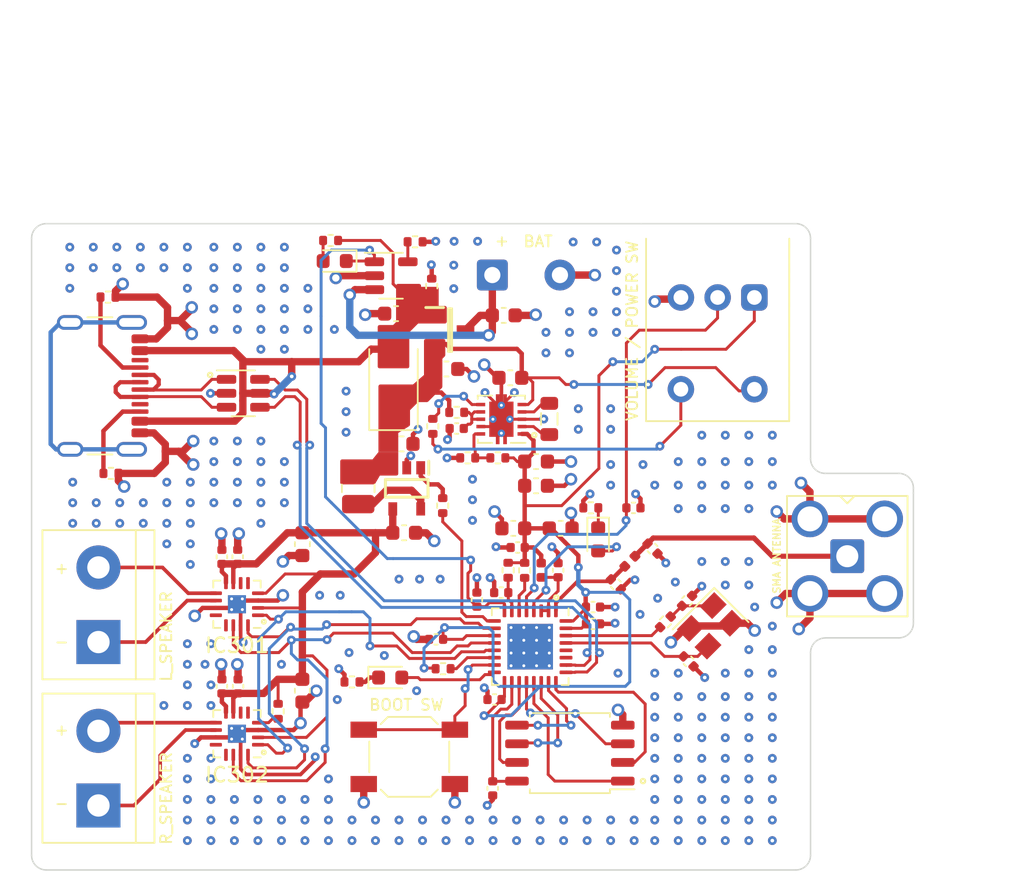
<source format=kicad_pcb>
(kicad_pcb (version 20221018) (generator pcbnew)
  (layers (0 "F.Cu" mixed) (1 "In1.Cu" power "GND_L1.Cu") (2 "In2.Cu" power "GND_L2.Cu") (31 "B.Cu" mixed) (34 "B.Paste" user) (35 "F.Paste" user) (36 "B.SilkS" user "B.Silkscreen") (37 "F.SilkS" user "F.Silkscreen") (38 "B.Mask" user) (39 "F.Mask" user) (44 "Edge.Cuts" user))
  (net 0 "")
  (net 1 "GND")
  (net 2 "VBUS")
  (net 3 "/mcu/BAT_STAT")
  (net 4 "VCC")
  (net 5 "+3V3")
  (net 6 "+5V")
  (net 7 "/mcu/VDD_SPI")
  (net 8 "/mcu/VR_VOL_CONTROL")
  (net 9 "Net-(D202-K)")
  (net 10 "I2SO_SD_OUT")
  (net 15 "I2SO_WS_OUT")
  (net 16 "I2SO_BCK_OUT")
  (net 17 "Net-(IC302-~{SD_MODE})")
  (net 22 "/CC1")
  (net 23 "/CONN_USB_D+")
  (net 24 "/CONN_USB_D-")
  (net 26 "/CC2")
  (net 28 "unconnected-(J1-SHIELD-PadS1)")
  (net 29 "/VR_PWR")
  (net 30 "/AMP_SW")
  (net 31 "/mcu/SPIHD")
  (net 32 "/mcu/SPIWP")
  (net 33 "/mcu/SPICSLK")
  (net 34 "/mcu/SPID")
  (net 35 "/mcu/SPIQ")
  (net 36 "Net-(SW201-A)")
  (net 37 "USB_D+")
  (net 38 "USB_D-")
  (net 39 "/mcu/SPICS0")
  (net 42 "/BAT_CON_P")
  (net 43 "/ISET")
  (net 44 "/LED")
  (net 45 "/FB")
  (net 46 "/EN")
  (net 47 "/L2")
  (net 48 "/L1")
  (net 49 "/VINA")
  (net 50 "/LX")
  (net 51 "/CE")
  (net 52 "/mcu/D_CAP")
  (net 53 "/mcu/RF_ANTENNA")
  (net 54 "/mcu/WIFI_LED")
  (net 55 "/mcu/CHIP_EN")
  (net 56 "/mcu/XTAL_N")
  (net 57 "/mcu/XTAL_P")
  (net 58 "/mcu/LIMIT_R")
  (net 59 "/mcu/PLAYING_LED")
  (net 60 "/mcu/PCB_ANTENNA")
  (net 61 "/Amplifiers/L_SPKR_N")
  (net 62 "/Amplifiers/L_SPKR_P")
  (net 63 "/mcu/WIFI_CUR_R")
  (net 64 "/mcu/PU_GPIO2")
  (net 65 "/mcu/PU_GPIO8")
  (net 66 "/Amplifiers/R_SPKR_N")
  (net 67 "/Amplifiers/R_SPKR_P")
  (footprint "TerminalBlock:TerminalBlock_bornier-2_P5.08mm" (layer "F.Cu") (at 112.55 129.61 90)
    (fp_text reference "J302" hide)
    (fp_text value "R_SPKR")
  )
  (footprint "Resistor_SMD:R_0402_1005Metric" (layer "F.Cu") (at 137.675 105.945)
    (fp_text reference "R9" hide)
    (fp_text value "200k")
  )
  (footprint "Resistor_SMD:R_0402_1005Metric" (layer "F.Cu") (at 146.05 109.345)
    (fp_text reference "R203" hide)
    (fp_text value "5k1")
  )
  (footprint "Resistor_SMD:R_0402_1005Metric" (layer "F.Cu") (at 141.55 113.605 90)
    (fp_text reference "R204" hide)
    (fp_text value "10k")
  )
  (footprint "Resistor_SMD:R_0402_1005Metric" (layer "F.Cu") (at 113.4 107)
    (fp_text reference "R2" hide)
    (fp_text value "5k1")
  )
  (footprint "Capacitor_SMD:C_0603_1608Metric" (layer "F.Cu") (at 126.425 111.82 -90)
    (fp_text reference "C303" hide)
    (fp_text value "10u")
  )
  (footprint "Internet_Radio_Speaker:SOT96P240X120-3N" (layer "F.Cu") (at 136.475 97.245)
    (fp_text reference "Q1" hide)
    (fp_text value "DMP1045U-7" hide)
  )
  (footprint "Capacitor_SMD:C_0402_1005Metric" (layer "F.Cu") (at 139.955 115.12 180)
    (fp_text reference "C201" hide)
    (fp_text value "100n")
  )
  (footprint "Resistor_SMD:R_0402_1005Metric" (layer "F.Cu") (at 136.925 102.845 180)
    (fp_text reference "R6" hide)
    (fp_text value "100")
  )
  (footprint "Capacitor_SMD:C_0402_1005Metric" (layer "F.Cu") (at 120.95 112.685 90)
    (fp_text reference "C301" hide)
    (fp_text value "100n")
  )
  (footprint "Resistor_SMD:R_0402_1005Metric" (layer "F.Cu") (at 139.725 105.945)
    (fp_text reference "R8" hide)
    (fp_text value "1M")
  )
  (footprint "Capacitor_SMD:C_0402_1005Metric" (layer "F.Cu") (at 146.2 116.1)
    (fp_text reference "C207" hide)
    (fp_text value "100n")
  )
  (footprint "Connector_USB:USB_C_Receptacle_GCT_USB4105-xx-A_16P_TopMnt_Horizontal" (layer "F.Cu") (at 111.7 101.045 -90)
    (fp_text reference "J1" hide)
    (fp_text value "USB-TYPE-C-018")
  )
  (footprint "Resistor_SMD:R_0402_1005Metric" (layer "F.Cu") (at 135.225 94.255 90)
    (fp_text reference "R5" hide)
    (fp_text value "100k")
  )
  (footprint "Capacitor_SMD:C_0603_1608Metric" (layer "F.Cu") (at 126.425 121.795 -90)
    (fp_text reference "C306" hide)
    (fp_text value "10u")
  )
  (footprint "Resistor_SMD:R_0402_1005Metric" (layer "F.Cu") (at 151.125589 117.110035 45)
    (fp_text reference "R202" hide)
    (fp_text value "100")
  )
  (footprint "Package_SON:Texas_DRC0010J_ThermalVias" (layer "F.Cu") (at 139.965 103.315 180)
    (fp_text reference "U8" hide)
    (fp_text value "TPS63000")
  )
  (footprint "Crystal:Crystal_SMD_3225-4Pin_3.2x2.5mm" (layer "F.Cu") (at 154.200589 117.379411 -135)
    (fp_text reference "Y201" hide)
    (fp_text value "40MHz")
  )
  (footprint "Package_DFN_QFN:HVQFN-32-1EP_5x5mm_P0.5mm_EP3.1x3.1mm_ThermalVias" (layer "F.Cu") (at 141.925 118.7975 -90)
    (fp_text reference "U201" hide)
    (fp_text value "ESP32C3")
  )
  (footprint "Resistor_SMD:R_0402_1005Metric" (layer "F.Cu") (at 124.775 123.2 -90)
    (fp_text reference "R301" hide)
    (fp_text value "360k")
  )
  (footprint "Resistor_SMD:R_0402_1005Metric" (layer "F.Cu") (at 128.345 91.145)
    (fp_text reference "R3" hide)
    (fp_text value "2k")
  )
  (footprint "Capacitor_SMD:C_0603_1608Metric" (layer "F.Cu") (at 136.225 99.895)
    (fp_text reference "C4" hide)
    (fp_text value "10u")
  )
  (footprint "Button_Switch_SMD:SW_SPST_SKQG_WithoutStem" (layer "F.Cu") (at 133.7 126.3)
    (fp_text reference "SW201" hide)
    (fp_text value "BOOT_SEL")
  )
  (footprint "Capacitor_SMD:C_0603_1608Metric" (layer "F.Cu") (at 142.325 106.195)
    (fp_text reference "C7" hide)
    (fp_text value "10u")
  )
  (footprint "Capacitor_SMD:C_0603_1608Metric" (layer "F.Cu") (at 144 110.745)
    (fp_text reference "C208" hide)
    (fp_text value "10u")
  )
  (footprint "Resistor_SMD:R_0402_1005Metric" (layer "F.Cu") (at 136 120.3 180)
    (fp_text reference "R205" hide)
    (fp_text value "10k")
  )
  (footprint "Inductor_SMD:L_1008_2520Metric" (layer "F.Cu") (at 130.225 108.02 -90)
    (fp_text reference "L2" hide)
    (fp_text value "4u7")
  )
  (footprint "Resistor_SMD:R_0402_1005Metric" (layer "F.Cu") (at 129.8 121.2)
    (fp_text reference "R206" hide)
    (fp_text value "5k1")
  )
  (footprint "Package_SO:SOIC-8_5.23x5.23mm_P1.27mm" (layer "F.Cu") (at 144.625 126.045 180)
    (fp_text reference "U202" hide)
    (fp_text value "W25Q32JVSS")
  )
  (footprint "Inductor_SMD:L_0402_1005Metric" (layer "F.Cu") (at 142.675 113.595 -90)
    (fp_text reference "L201" hide)
    (fp_text value "2n2")
  )
  (footprint "Capacitor_SMD:C_0402_1005Metric" (layer "F.Cu") (at 141.075 112.045 180)
    (fp_text reference "C203" hide)
    (fp_text value "100n")
  )
  (footprint "Capacitor_SMD:C_0603_1608Metric" (layer "F.Cu") (at 140.125 96.245)
    (fp_text reference "C3" hide)
    (fp_text value "10u")
  )
  (footprint "Capacitor_SMD:C_0402_1005Metric" (layer "F.Cu") (at 147.752495 114.552495 -45)
    (fp_text reference "C209" hide)
    (fp_text value "3p3")
  )
  (footprint "Capacitor_SMD:C_0402_1005Metric" (layer "F.Cu") (at 135.52 118.3 180)
    (fp_text reference "C206" hide)
    (fp_text value "100n")
  )
  (footprint "Capacitor_SMD:C_0402_1005Metric" (layer "F.Cu") (at 120.95 121.5 90)
    (fp_text reference "C305" hide)
    (fp_text value "100n")
  )
  (footprint "Internet_Radio_Speaker:SOT95P280X130-5N" (layer "F.Cu") (at 133.525 108.02 -90)
    (fp_text reference "U4" hide)
    (fp_text value "XC9141" hide)
  )
  (footprint "Connector_Wire:SolderWire-0.5sqmm_1x02_P4.6mm_D0.9mm_OD2.1mm" (layer "F.Cu") (at 139.35 93.5)
    (fp_text reference "J2" hide)
    (fp_text value "BAT_CON")
  )
  (footprint "Capacitor_SMD:C_0402_1005Metric" (layer "F.Cu") (at 136.925 103.945 180)
    (fp_text reference "C6" hide)
    (fp_text value "100n")
  )
  (footprint "Capacitor_SMD:C_0402_1005Metric" (layer "F.Cu") (at 152.600589 115.679411 45)
    (fp_text reference "C211" hide)
    (fp_text value "10p")
  )
  (footprint "LED_SMD:LED_0603_1608Metric" (layer "F.Cu") (at 146.55 111.495 -90)
    (fp_text reference "D201" hide)
    (fp_text value "WIFI_LED")
  )
  (footprint "Capacitor_SMD:C_0402_1005Metric" (layer "F.Cu") (at 148.95 109.35)
    (fp_text reference "C214" hide)
    (fp_text value "100n")
  )
  (footprint "Resistor_SMD:R_0402_1005Metric" (layer "F.Cu") (at 134.094223 91.236452)
    (fp_text reference "R4" hide)
    (fp_text value "2k")
  )
  (footprint "Capacitor_SMD:C_0603_1608Metric" (layer "F.Cu") (at 140.575 100.495 180)
    (fp_text reference "C5" hide)
    (fp_text value "10u")
  )
  (footprint "LED_SMD:LED_0603_1608Metric" (layer "F.Cu") (at 132.4 120.9)
    (fp_text reference "D202" hide)
    (fp_text value "PLAYING_LED")
  )
  (footprint "Capacitor_SMD:C_0603_1608Metric" (layer "F.Cu") (at 140.775 110.745 180)
    (fp_text reference "C202" hide)
    (fp_text value "10u")
  )
  (footprint "Capacitor_SMD:C_0603_1608Metric" (layer "F.Cu") (at 142.325 107.845)
    (fp_text reference "C8" hide)
    (fp_text value "10u")
  )
  (footprint "Capacitor_SMD:C_0603_1608Metric" (layer "F.Cu") (at 133.35 111.045)
    (fp_text reference "C10" hide)
    (fp_text value "10u")
  )
  (footprint "Capacitor_SMD:C_0402_1005Metric" (layer "F.Cu") (at 146.2 117.245)
    (fp_text reference "C215" hide)
    (fp_text value "100n")
  )
  (footprint "Capacitor_SMD:C_0402_1005Metric" (layer "F.Cu") (at 152.7 119.8 -45)
    (fp_text reference "C212" hide)
    (fp_text value "10p")
  )
  (footprint "Diode_SMD:D_SMA" (layer "F.Cu") (at 132.625 100.545 90)
    (fp_text reference "D2" hide)
    (fp_text value "SS14")
  )
  (footprint "Capacitor_SMD:C_0603_1608Metric" (layer "F.Cu") (at 132.8 96.126632 180)
    (fp_text reference "C1" hide)
    (fp_text value "10u")
  )
  (footprint "Capacitor_SMD:C_0603_1608Metric" (layer "F.Cu") (at 133.175 104.995)
    (fp_text reference "C9" hide)
    (fp_text value "10u")
  )
  (footprint "Package_TO_SOT_SMD:SOT-23-6" (layer "F.Cu") (at 122.4 101.55)
    (fp_text reference "U1" hide)
    (fp_text value "USBLC6-2SC6")
  )
  (footprint "Capacitor_SMD:C_0402_1005Metric" (layer "F.Cu") (at 122.049999 121.5 90)
    (fp_text reference "C304" hide)
    (fp_text value "100n")
  )
  (footprint "Resistor_SMD:R_0402_1005Metric" (layer "F.Cu") (at 135.975 109.195 90)
    (fp_text reference "R10" hide)
    (fp_text value "100")
  )
  (footprint "Inductor_SMD:L_0805_2012Metric" (layer "F.Cu") (at 143.225 103.295 90)
    (fp_text reference "L1" hide)
    (fp_text value "2u2")
  )
  (footprint "Resistor_SMD:R_0402_1005Metric" (layer "F.Cu") (at 113.2 95)
    (fp_text reference "R1" hide)
    (fp_text value "5k1")
  )
  (footprint "Internet_Radio_Speaker:Potentiometer_Alps_RK0971111Z1P" (layer "F.Cu") (at 157.18 98.7747 -90)
    (fp_text reference "VR1" hide)
    (fp_text value "~")
    (fp_line (start -8.775 -2.7) (end -8.775 7.7) (stroke (width 0.1)) (layer "Edge.Cuts"))
  )
  (footprint "LED_SMD:LED_0603_1608Metric" (layer "F.Cu") (at 128.625 92.545 180)
    (fp_text reference "D1" hide)
    (fp_text value "CHR_LED")
  )
  (footprint "Capacitor_SMD:C_0402_1005Metric" (layer "F.Cu") (at 139.375 128.445 -90)
    (fp_text reference "C213" hide)
    (fp_text value "100n")
  )
  (footprint "Capacitor_SMD:C_0402_1005Metric" (layer "F.Cu") (at 150.247505 112.124282 -45)
    (fp_text reference "C210" hide)
    (fp_text value "3p3")
  )
  (footprint "Package_DFN_QFN:TQFN-16-1EP_3x3mm_P0.5mm_EP1.23x1.23mm_ThermalVias" (layer "F.Cu") (at 121.975 124.725 180)
    (fp_text reference "IC302")
    (fp_text value "MAX98357AETE+T")
  )
  (footprint "Resistor_SMD:R_0402_1005Metric" (layer "F.Cu") (at 135.3 103.8 90)
    (fp_text reference "R7" hide)
    (fp_text value "100")
  )
  (footprint "Package_TO_SOT_SMD:SOT-23-5" (layer "F.Cu") (at 132.4625 93.545)
    (fp_text reference "U101" hide)
    (fp_text value "LP4054H")
  )
  (footprint "Resistor_SMD:R_0402_1005Metric" (layer "F.Cu") (at 140.425 113.595 -90)
    (fp_text reference "R201" hide)
    (fp_text value "10k")
  )
  (footprint "Capacitor_SMD:C_0402_1005Metric" (layer "F.Cu") (at 139.5 122.395 180)
    (fp_text reference "C205" hide)
    (fp_text value "100n")
  )
  (footprint "Capacitor_SMD:C_0402_1005Metric" (layer "F.Cu") (at 143.825 113.595 90)
    (fp_text reference "C204" hide)
    (fp_text value "100n")
  )
  (footprint "Package_DFN_QFN:TQFN-16-1EP_3x3mm_P0.5mm_EP1.23x1.23mm_ThermalVias" (layer "F.Cu") (at 121.975 115.91 180)
    (fp_text reference "IC301")
    (fp_text value "MAX98357AETE+T")
  )
  (footprint "Capacitor_SMD:C_0402_1005Metric" (layer "F.Cu") (at 138.3 115.595 90)
    (fp_text reference "C2" hide)
    (fp_text value "100n")
  )
  (footprint "Capacitor_SMD:C_0402_1005Metric" (layer "F.Cu") (at 122.025 112.68 90)
    (fp_text reference "C302" hide)
    (fp_text value "100n")
  )
  (footprint "Connector_Coaxial:SMA_Amphenol_901-143_Horizontal" (layer "F.Cu") (at 163.5 112.64 -90)
    (fp_text reference "J201" hide)
    (fp_text value "WIFI_ANT")
    (fp_line (start 4.3 -4.5) (end -4.3 -4.5) (stroke (width 0.1)) (layer "Edge.Cuts"))
  )
  (footprint "Inductor_SMD:L_0402_1005Metric" (layer "F.Cu") (at 148.708094 112.984871 45)
    (fp_text reference "L202" hide)
    (fp_text value "2n2")
  )
  (footprint "TerminalBlock:TerminalBlock_bornier-2_P5.08mm" (layer "F.Cu") (at 112.55 118.485 90)
    (fp_text reference "J301" hide)
    (fp_text value "L_SPKR")
  )
  (gr_circle (center 143.7 115.45) (end 143.75 115.5) (stroke (width 0.15)) (fill none) (layer "F.SilkS"))
  (gr_circle (center 120.15 100.3) (end 120.2 100.35) (stroke (width 0.15)) (fill none) (layer "F.SilkS"))
  (gr_circle (center 123.8 117.1) (end 123.8 117.15) (stroke (width 0.15)) (fill none) (layer "F.SilkS"))
  (gr_circle (center 149.6 127.95) (end 149.65 128) (stroke (width 0.15)) (fill none) (layer "F.SilkS"))
  (gr_circle (center 123.8 126) (end 123.8 126.05) (stroke (width 0.15)) (fill none) (layer "F.SilkS"))
  (gr_circle (center 142.2 104.4) (end 142.25 104.45) (stroke (width 0.15)) (fill none) (layer "F.SilkS"))
  (gr_line (start 108 91) (end 108 133) (stroke (width 0.1)) (layer "Edge.Cuts"))
  (gr_arc (start 168 117.2) (mid 167.707107 117.907107) (end 167 118.2) (stroke (width 0.1)) (layer "Edge.Cuts"))
  (gr_line (start 161 91) (end 161 106) (stroke (width 0.1)) (layer "Edge.Cuts"))
  (gr_line (start 161 133) (end 161 119.207107) (stroke (width 0.1)) (layer "Edge.Cuts"))
  (gr_line (start 168 116.94) (end 168 117.192893) (stroke (width 0.1)) (layer "Edge.Cuts"))
  (gr_arc (start 161 133) (mid 160.707107 133.707107) (end 160 134) (stroke (width 0.1)) (layer "Edge.Cuts"))
  (gr_line (start 109 134) (end 160 134) (stroke (width 0.1)) (layer "Edge.Cuts"))
  (gr_arc (start 109 134) (mid 108.292893 133.707107) (end 108 133) (stroke (width 0.1)) (layer "Edge.Cuts"))
  (gr_line (start 168 108.34) (end 168 108) (stroke (width 0.1)) (layer "Edge.Cuts"))
  (gr_line (start 162 107) (end 167 107) (stroke (width 0.1)) (layer "Edge.Cuts"))
  (gr_arc (start 161 119.207107) (mid 161.292893 118.5) (end 162 118.207107) (stroke (width 0.1)) (layer "Edge.Cuts"))
  (gr_arc (start 162 107) (mid 161.292893 106.707107) (end 161 106) (stroke (width 0.1)) (layer "Edge.Cuts"))
  (gr_arc (start 167 107) (mid 167.707107 107.292893) (end 168 108) (stroke (width 0.1)) (layer "Edge.Cuts"))
  (gr_line (start 160 90) (end 159.88 89.9997) (stroke (width 0.1)) (layer "Edge.Cuts"))
  (gr_arc (start 160 90) (mid 160.707107 90.292893) (end 161 91) (stroke (width 0.1)) (layer "Edge.Cuts"))
  (gr_line (start 162 118.2) (end 167 118.2) (stroke (width 0.1)) (layer "Edge.Cuts"))
  (gr_line (start 149.48 89.9997) (end 109 90) (stroke (width 0.1)) (layer "Edge.Cuts"))
  (gr_arc (start 108 91) (mid 108.292893 90.292893) (end 109 90) (stroke (width 0.1)) (layer "Edge.Cuts"))
  (gr_text "SMA ANTENNA" (at 159 115.25 90) (layer "F.SilkS") (effects (font (size 0.5 0.5) (thickness 0.1) bold) (justify left bottom)))
  (gr_text "+" (at 139.45 91.6) (layer "F.SilkS") (effects (font (size 0.75 0.75) (thickness 0.125)) (justify left bottom)))
  (gr_text "R_SPEAKER" (at 117.6 132.35 90) (layer "F.SilkS") (effects (font (size 0.75 0.75) (thickness 0.125)) (justify left bottom)))
  (gr_text "-" (at 109.5 129.9) (layer "F.SilkS") (effects (font (size 0.75 0.75) (thickness 0.125)) (justify left bottom)))
  (gr_text "VOLUME / POWER SW" (at 149.3 103.5 90) (layer "F.SilkS") (effects (font (size 0.75 0.75) (thickness 0.125)) (justify left bottom)))
  (gr_text "+" (at 109.5 124.9) (layer "F.SilkS") (effects (font (size 0.75 0.75) (thickness 0.125)) (justify left bottom)))
  (gr_text "BAT" (at 141.4 91.65) (layer "F.SilkS") (effects (font (size 0.75 0.75) (thickness 0.125)) (justify left bottom)))
  (gr_text "+" (at 109.5 113.9) (layer "F.SilkS") (effects (font (size 0.75 0.75) (thickness 0.125)) (justify left bottom)))
  (gr_text "BOOT SW" (at 130.9 123.2) (layer "F.SilkS") (effects (font (size 0.75 0.75) (thickness 0.125)) (justify left bottom)))
  (gr_text "L_SPEAKER" (at 117.6 121.25 90) (layer "F.SilkS") (effects (font (size 0.75 0.75) (thickness 0.125)) (justify left bottom)))
  (gr_text "-" (at 109.5 118.9) (layer "F.SilkS") (effects (font (size 0.75 0.75) (thickness 0.125)) (justify left bottom)))
  (segment (start 139.8 100.495) (end 139.695 100.495) (width 0.3) (layer "F.Cu") (net 1))
  (segment (start 144.775 110.745) (end 144.775 109.775) (width 0.3) (layer "F.Cu") (net 1))
  (segment (start 118.9 97.4) (end 118.9 97.5) (width 0.5) (layer "F.Cu") (net 1))
  (segment (start 152.988889 117.38903) (end 155.393051 117.38903) (width 0.5) (layer "F.Cu") (net 1))
  (segment (start 122.225 124.475) (end 121.975 124.725) (width 0.3) (layer "F.Cu") (net 1))
  (segment (start 146.68 117.245) (end 147.655 117.245) (width 0.3) (layer "F.Cu") (net 1))
  (segment (start 129.29 120.69) (end 128.9 120.3) (width 0.3) (layer "F.Cu") (net 1))
  (segment (start 120.95 112.205) (end 120.95 111.15) (width 0.5) (layer "F.Cu") (net 1))
  (segment (start 139.475 114.375) (end 139.2 114.1) (width 0.3) (layer "F.Cu") (net 1))
  (segment (start 126.425 122.57) (end 126.6055 122.57) (width 0.2) (layer "F.Cu") (net 1))
  (segment (start 159.32 115.18) (end 158.7 115.8) (width 0.5) (layer "F.Cu") (net 1))
  (segment (start 160.96 110.1) (end 160.96 108.26) (width 0.5) (layer "F.Cu") (net 1))
  (segment (start 121.2625 101.55) (end 120.173913 101.55) (width 0.3) (layer "F.Cu") (net 1))
  (segment (start 144.695 106.195) (end 144.7 106.2) (width 0.3) (layer "F.Cu") (net 1))
  (segment (start 135.463548 91.236452) (end 135.5 91.2) (width 0.2) (layer "F.Cu") (net 1))
  (segment (start 152.175 95.1375) (end 150.5625 95.1375) (width 0.5) (layer "F.Cu") (net 1))
  (segment (start 148.091906 114.891906) (end 148.158094 114.891906) (width 0.3) (layer "F.Cu") (net 1))
  (segment (start 143.95 93.5) (end 146.325 93.5) (width 0.5) (layer "F.Cu") (net 1))
  (segment (start 122.45 127.35) (end 122.6 127.5) (width 0.25) (layer "F.Cu") (net 1))
  (segment (start 122.225 127.125) (end 122.45 127.35) (width 0.25) (layer "F.Cu") (net 1))
  (segment (start 119.64 116.16) (end 119.1 116.7) (width 0.3) (layer "F.Cu") (net 1))
  (segment (start 140.9 96.245) (end 142.255 96.245) (width 0.5) (layer "F.Cu") (net 1))
  (segment (start 120.95 120.05) (end 120.9 120) (width 0.5) (layer "F.Cu") (net 1))
  (segment (start 117.25 96.6) (end 118.1 96.6) (width 0.5) (layer "F.Cu") (net 1))
  (segment (start 135.04 118.3) (end 134.2 118.3) (width 0.5) (layer "F.Cu") (net 1))
  (segment (start 126.3 127.5) (end 127.3 126.5) (width 0.25) (layer "F.Cu") (net 1))
  (segment (start 149.43 108.73) (end 149.1 108.4) (width 0.3) (layer "F.Cu") (net 1))
  (segment (start 141.8975 118.7975) (end 140.8 117.7) (width 0.5) (layer "F.Cu") (net 1))
  (segment (start 141.925 118.7975) (end 141.9975 118.7975) (width 0.5) (layer "F.Cu") (net 1))
  (segment (start 160.96 116.84) (end 160.2 117.6) (width 0.5) (layer "F.Cu") (net 1))
  (segment (start 126.6055 122.57) (end 127.3755 121.8) (width 0.5) (layer "F.Cu") (net 1))
  (segment (start 150.5625 95.1375) (end 150.4 95.3) (width 0.5) (layer "F.Cu") (net 1))
  (segment (start 149.43 109.35) (end 149.43 108.73) (width 0.3) (layer "F.Cu") (net 1))
  (segment (start 136.445 103.945) (end 136.445 104.555) (width 0.3) (layer "F.Cu") (net 1))
  (segment (start 117.25 97.075) (end 117.25 96.6) (width 0.5) (layer "F.Cu") (net 1))
  (segment (start 145.54 108.86) (end 146 108.4) (width 0.3) (layer "F.Cu") (net 1))
  (segment (start 148.091906 114.891906) (end 148.733812 114.25) (width 0.3) (layer "F.Cu") (net 1))
  (segment (start 133.95 104.35) (end 134.3 104) (width 0.3) (layer "F.Cu") (net 1))
  (segment (start 145.54 109.345) (end 145.54 108.86) (width 0.3) (layer "F.Cu") (net 1))
  (segment (start 134.125 111.045) (end 134.845 111.045) (width 0.5) (layer "F.Cu") (net 1))
  (segment (start 118.1 96.6) (end 118.9 95.8) (width 0.5) (layer "F.Cu") (net 1))
  (segment (start 118 105.5) (end 118.3 105.5) (width 0.5) (layer "F.Cu") (net 1))
  (segment (start 144.775 109.775) (end 144.7 109.7) (width 0.3) (layer "F.Cu") (net 1))
  (segment (start 160.96 108.26) (end 160.35 107.65) (width 0.5) (layer "F.Cu") (net 1))
  (segment (start 136.445 104.555) (end 136.3 104.7) (width 0.3) (layer "F.Cu") (net 1))
  (segment (start 113.71 94.59) (end 114.2 94.1) (width 0.5) (layer "F.Cu") (net 1))
  (segment (start 134.604223 91.236452) (end 135.463548 91.236452) (width 0.3) (layer "F.Cu") (net 1))
  (segment (start 143.825 112.425) (end 143.4 112) (width 0.3) (layer "F.Cu") (net 1))
  (segment (start 140.595 112.045) (end 139.645 112.045) (width 0.3) (layer "F.Cu") (net 1))
  (segment (start 125.505 112.595) (end 125.1 113) (width 0.5) (layer "F.Cu") (net 1))
  (segment (start 139.965 102.365) (end 139.965 102.335) (width 0.25) (layer "F.Cu") (net 1))
  (segment (start 113.91 107.51) (end 114.3 107.9) (width 0.5) (layer "F.Cu") (net 1))
  (segment (start 117.1 105.025) (end 116.32 104.245) (width 0.5) (layer "F.Cu") (net 1))
  (segment (start 160.96 115.18) (end 160.96 116.84) (width 0.5) (layer "F.Cu") (net 1))
  (segment (start 123.425 115.66) (end 124.74 115.66) (width 0.3) (layer "F.Cu") (net 1))
  (segment (start 134.2 118.3) (end 134 118.1) (width 0.5) (layer "F.Cu") (net 1))
  (segment (start 152.443812 117.556188) (end 151.5 118.5) (width 0.5) (layer "F.Cu") (net 1))
  (segment (start 120.525 124.975) (end 119.525 124.975) (width 0.3) (layer "F.Cu") (net 1))
  (segment (start 141.925 118.7975) (end 141.9025 118.7975) (width 0.5) (layer "F.Cu") (net 1))
  (segment (start 117.1 106.25) (end 117.1 105.5) (width 0.5) (layer "F.Cu") (net 1))
  (segment (start 139.02 122.395) (end 139.02 121.82) (width 0.3) (layer "F.Cu") (net 1))
  (segment (start 148.733812 114.25) (end 149.05 114.25) (width 0.3) (layer "F.Cu") (net 1))
  (segment (start 118.3 105.5) (end 119 104.8) (width 0.5) (layer "F.Cu") (net 1))
  (segment (start 130.425 127.895) (end 130.425 128.175) (width 0.5) (layer "F.Cu") (net 1))
  (segment (start 135.225 92.825) (end 135.2 92.8) (width 0.2) (layer "F.Cu") (net 1))
  (segment (start 122.225 126.175) (end 122.225 124.975) (width 0.25) (layer "F.Cu") (net 1))
  (segment (start 142.255 96.245) (end 142.3 96.2) (width 0.5) (layer "F.Cu") (net 1))
  (segment (start 122.025 111.175) (end 122.1 111.1) (width 0.5) (layer "F.Cu") (net 1))
  (segment (start 120.173913 101.55) (end 120.170242 101.553671) (width 0.3) (layer "F.Cu") (net 1))
  (segment (start 136.8 128.15) (end 136.8 129.4) (width 0.5) (layer "F.Cu") (net 1))
  (segment (start 123.425 124.475) (end 125.825 124.475) (width 0.3) (layer "F.Cu") (net 1))
  (segment (start 136.273281 105.945) (end 136.268781 105.9495) (width 0.3) (layer "F.Cu") (net 1))
  (segment (start 146.68 116.1) (end 147.7 116.1) (width 0.3) (layer "F.Cu") (net 1))
  (segment (start 139.375 129.225) (end 139 129.6) (width 0.3) (layer "F.Cu") (net 1))
  (segment (start 142.835 103.315) (end 142.85 103.3) (width 0.2) (layer "F.Cu") (net 1))
  (segment (start 160.96 110.1) (end 159.2 110.1) (width 0.5) (layer "F.Cu") (net 1))
  (segment (start 147.655 117.245) (end 147.7 117.2) (width 0.3) (layer "F.Cu") (net 1))
  (segment (start 133.95 104.995) (end 133.95 104.35) (width 0.3) (layer "F.Cu") (net 1))
  (segment (start 141.365 103.315) (end 140.54 103.315) (width 0.2) (layer "F.Cu") (net 1))
  (segment (start 155.393051 117.38903) (end 155.579447 117.202634) (width 0.5) (layer "F.Cu") (net 1))
  (segment (start 120.95 111.15) (end 120.9 111.1) (width 0.5) (layer "F.Cu") (net 1))
  (segment (start 137.165 105.945) (end 136.273281 105.945) (width 0.3) (layer "F.Cu") (net 1))
  (segment (start 140 110.745) (end 140 110.1) (width 0.3) (layer "F.Cu") (net 1))
  (segment (start 126.3 124) (end 126.3 122.695) (width 0.3) (layer "F.Cu") (net 1))
  (segment (start 136.925 127.895) (end 136.925 128.025) (width 0.5) (layer "F.Cu") (net 1))
  (segment (start 125.825 124.475) (end 126.3 124) (width 0.3) (layer "F.Cu") (net 1))
  (segment (start 122.225 117.3475) (end 122.225 118.325) (width 0.25) (layer "F.Cu") (net 1))
  (segment (start 137 99.895) (end 137.595 99.895) (width 0.3) (layer "F.Cu") (net 1))
  (segment (start 122.225 118.325) (end 122.4 118.5) (width 0.25) (layer "F.Cu") (net 1))
  (segment (start 144.255 107.845) (end 144.7 107.4) (width 0.3) (layer "F.Cu") (net 1))
  (segment (start 148.225 124.14) (end 148.225 123.425) (width 0.5) (layer "F.Cu") (net 1))
  (segment (start 148.225 123.425) (end 147.9 123.1) (width 0.5) (layer "F.Cu") (net 1))
  (segment (start 132.025 96.126632) (end 130.773368 96.126632) (width 0.5) (layer "F.Cu") (net 1))
  (segment (start 159.2 110.1) (end 158.7 109.6) (width 0.5) (layer "F.Cu") (net 1))
  (segment (start 118.9 106.4) (end 119 106.4) (width 0.5) (layer "F.Cu") (net 1))
  (segment (start 116.539991 95) (end 117.25 95.710009) (width 0.5) (layer "F.Cu") (net 1))
  (segment (start 152.821731 117.556188) (end 152.443812 117.556188) (width 0.5) (layer "F.Cu") (net 1))
  (segment (start 151.152602 113.029379) (end 151.152602 113.10009) (width 0.3) (layer "F.Cu") (net 1))
  (segment (start 137 99.895) (end 137 100.1) (width 0.3) (layer "F.Cu") (net 1))
  (segment (start 122.025 112.2) (end 122.025 111.175) (width 0.5) (layer "F.Cu") (net 1))
  (segment (start 121.725 124.975) (end 121.975 124.725) (width 0.3) (layer "F.Cu") (net 1))
  (segment (start 139.695 100.495) (end 138.8 99.6) (width 0.3) (layer "F.Cu") (net 1))
  (segment (start 120.525 124.975) (end 121.725 124.975) (width 0.3) (layer "F.Cu") (net 1))
  (segment (start 116.35 107) (end 117.1 106.25) (width 0.5) (layer "F.Cu") (net 1))
  (segment (start 120.95 121.02) (end 120.95 120.05) (width 0.5) (layer "F.Cu") (net 1))
  (segment (start 123.425 115.66) (end 122.225 115.66) (width 0.3) (layer "F.Cu") (net 1))
  (segment (start 113.91 107) (end 116.35 107) (width 0.5) (layer "F.Cu") (net 1))
  (segment (start 126.425 122.57) (end 126.425 122.625) (width 0.2) (layer "F.Cu") (net 1))
  (segment (start 141.952 118.7975) (end 143.1 117.6495) (width 0.5) (layer "F.Cu") (net 1))
  (segment (start 143.825 113.115) (end 143.825 112.425) (width 0.3) (layer "F.Cu") (net 1))
  (segment (start 120.525 116.16) (end 121.725 116.16) (width 0.3) (layer "F.Cu") (net 1))
  (segment (start 139.475 115.12) (end 139.475 114.375) (width 0.3) (layer "F.Cu") (net 1))
  (segment (start 133.525 106.075) (end 133.8 105.8) (width 0.3) (layer "F.Cu") (net 1))
  (segment (start 133.525 106.62) (end 133.525 106.075) (width 0.3) (layer "F.Cu") (net 1))
  (segment (start 139.965 102.615) (end 138.85 101.5) (width 0.2) (layer "F.Cu") (net 1))
  (segment (start 139.965 100.66) (end 139.8 100.495) (width 0.25) (layer "F.Cu") (net 1))
  (segment (start 140 110.1) (end 139.5 109.6) (width 0.3) (layer "F.Cu") (net 1))
  (segment (start 152.821731 117.556188) (end 152.988889 117.38903) (width 0.5) (layer "F.Cu") (net 1))
  (segment (start 122.225 115.66) (end 121.975 115.91) (width 0.3) (layer "F.Cu") (net 1))
  (segment (start 122.225 126.175) (end 122.225 127.125) (width 0.25) (layer "F.Cu") (net 1))
  (segment (start 129.29 121.2) (end 129.29 120.69) (width 0.3) (layer "F.Cu") (net 1))
  (segment (start 166.04 115.18) (end 160.96 115.18) (width 0.5) (layer "F.Cu") (net 1))
  (segment (start 138.565 103.815) (end 139.465 103.815) (width 0.2) (layer "F.Cu") (net 1))
  (segment (start 118.1 96.6) (end 118.9 97.4) (width 0.5) (layer "F.Cu") (net 1))
  (segment (start 166.04 110.1) (end 160.96 110.1) (width 0.5) (layer "F.Cu") (net 1))
  (segment (start 116.32 104.245) (end 115.38 104.245) (width 0.5) (layer "F.Cu") (net 1))
  (segment (start 122.225 117.36) (end 122.225 116.16) (width 0.25) (layer "F.Cu") (net 1))
  (segment (start 139.02 121.82) (end 138.8 121.6) (width 0.3) (layer "F.Cu") (net 1))
  (segment (start 130.773368 96.126632) (end 130.7 96.2) (width 0.5) (layer "F.Cu") (net 1))
  (segment (start 141.365 103.315) (end 142.835 103.315) (width 0.2) (layer "F.Cu") (net 1))
  (segment (start 119.525 124.975) (end 119.1 125.4) (width 0.3) (layer "F.Cu") (net 1))
  (segment (start 153.039411 120.139411) (end 153.8 120.9) (width 0.3) (layer "F.Cu") (net 1))
  (segment (start 141.9975 118.7975) (end 143 119.8) (width 0.5) (layer "F.Cu") (net 1))
  (segment (start 121.725 116.16) (end 121.975 115.91) (width 0.3) (layer "F.Cu") (net 1))
  (segment (start 139.965 102.365) (end 139.965 100.66) (width 0.25) (layer "F.Cu") (net 1))
  (segment (start 150.586916 112.463693) (end 151.152602 113.029379) (width 0.3) (layer "F.Cu") (net 1))
  (segment (start 117.1 105.5) (end 118 105.5) (width 0.5) (layer "F.Cu") (net 1))
  (segment (start 122.6 127.5) (end 126.3 127.5) (width 0.25) (layer "F.Cu") (net 1))
  (segment (start 138.3 115.115) (end 138.3 114.1) (width 0.3) (layer "F.Cu") (net 1))
  (segment (start 117.25 96.6) (end 117.25 95.710009) (width 0.5) (layer "F.Cu") (net 1))
  (segment (start 120.525 116.16) (end 119.64 116.16) (width 0.3) (layer "F.Cu") (net 1))
  (segment (start 122.049999 120.049999) (end 122 120) (width 0.5) (layer "F.Cu") (net 1))
  (segment (start 139.965 102.385) (end 140.85 101.5) (width 0.2) (layer "F.Cu") (net 1))
  (segment (start 128.855 93.545) (end 128.7 93.7) (width 0.5) (layer "F.Cu") (net 1))
  (segment (start 143.1 107.845) (end 144.255 107.845) (width 0.3) (layer "F.Cu") (net 1))
  (segment (start 126.3 122.695) (end 126.425 122.57) (width 0.3) (layer "F.Cu") (net 1))
  (segment (start 113.71 95) (end 113.71 94.59) (width 0.5) (layer "F.Cu") (net 1))
  (segment (start 155.579447 117.202634) (end 156.702634 117.202634) (width 0.5) (layer "F.Cu") (net 1))
  (segment (start 135.225 93.745) (end 135.225 92.825) (width 0.3) (layer "F.Cu") (net 1))
  (segment (start 143.1 106.195) (end 144.695 106.195) (width 0.3) (layer "F.Cu") (net 1))
  (segment (start 141.925 118.7975) (end 141.952 118.7975) (width 0.5) (layer "F.Cu") (net 1))
  (segment (start 118.9 95.8) (end 118.9 95.7) (width 0.5) (layer "F.Cu") (net 1))
  (segment (start 156.702634 117.202634) (end 157.2 117.7) (width 0.5) (layer "F.Cu") (net 1))
  (segment (start 122.225 124.975) (end 121.975 124.725) (width 0.25) (layer "F.Cu") (net 1))
  (segment (start 117.1 105.5) (end 117.1 105.025) (width 0.5) (layer "F.Cu") (net 1))
  (segment (start 115.38 97.845) (end 116.48 97.845) (width 0.5) (layer "F.Cu") (net 1))
  (segment (start 139.645 112.045) (end 139.6 112) (width 0.3) (layer "F.Cu") (net 1))
  (segment (start 137.595 99.895) (end 138.1 100.4) (width 0.3) (layer "F.Cu") (net 1))
  (segment (start 141.925 118.7975) (end 141.8975 118.7975) (width 0.5) (layer "F.Cu") (net 1))
  (segment (start 127.3 126.5) (end 127.3 126.3) (width 0.2) (layer "F.Cu") (net 1))
  (segment (start 139.375 128.925) (end 139.375 129.225) (width 0.3) (layer "F.Cu") (net 1))
  (segment (start 152.94 115.34) (end 153.600589 114.679411) (width 0.3) (layer "F.Cu") (net 1))
  (segment (start 122.45 127.35) (end 122.5 127.4) (width 0.2) (layer "F.Cu") (net 1))
  (segment (start 122.049999 121.02) (end 122.049999 120.049999) (width 0.5) (layer "F.Cu") (net 1))
  (segment (start 130.6 128.15) (end 130.6 129.4) (width 0.5) (layer "F.Cu") (net 1))
  (segment (start 134.845 111.045) (end 135.4 111.6) (width 0.5) (layer "F.Cu") (net 1))
  (segment (start 118 105.5) (end 118.9 106.4) (width 0.5) (layer "F.Cu") (net 1))
  (segment (start 113.91 107) (end 113.91 107.51) (width 0.5) (layer "F.Cu") (net 1))
  (segment (start 131.325 93.545) (end 128.855 93.545) (width 0.5) (layer "F.Cu") (net 1))
  (segment (start 126.425 112.595) (end 125.505 112.595) (width 0.5) (layer "F.Cu") (net 1))
  (segment (start 160.96 115.18) (end 159.32 115.18) (width 0.5) (layer "F.Cu") (net 1))
  (segment (start 123.425 124.475) (end 122.225 124.475) (width 0.3) (layer "F.Cu") (net 1))
  (segment (start 116.48 97.845) (end 117.25 97.075) (width 0.5) (layer "F.Cu") (net 1))
  (segment (start 113.71 95) (end 116.539991 95) (width 0.5) (layer "F.Cu") (net 1))
  (segment (start 124.74 115.66) (end 125.1 115.3) (width 0.3) (layer "F.Cu") (net 1))
  (segment (start 141.9025 118.7975) (end 140.8 119.9) (width 0.5) (layer "F.Cu") (net 1))
  (segment (start 122.225 116.16) (end 121.975 115.91) (width 0.25) (layer "F.Cu") (net 1))
  (via (at 110.8 109) (size 0.6) (drill 0.25) (layers "F.Cu" "B.Cu") (net 1))
  (via (at 137.8 130.6) (size 0.6) (drill 0.25) (layers "F.Cu" "B.Cu") (net 1))
  (via (at 130.7 96.2) (size 0.85) (drill 0.5) (layers "F.Cu" "B.Cu") (net 1))
  (via (at 126.6 129.2) (size 0.6) (drill 0.25) (layers "F.Cu" "B.Cu") (net 1))
  (via (at 110.8 107.6) (size 0.6) (drill 0.25) (layers "F.Cu" "B.Cu") (net 1))
  (via (at 149.4 116.6) (size 0.6) (drill 0.25) (layers "F.Cu" "B.Cu") (net 1))
  (via (at 126.6 132) (size 0.6) (drill 0.25) (layers "F.Cu" "B.Cu") (net 1))
  (via (at 120.2 129.2) (size 0.6) (drill 0.25) (layers "F.Cu" "B.Cu") (net 1))
  (via (at 152 130.6) (size 0.6) (drill 0.25) (layers "F.Cu" "B.Cu") (net 1))
  (via (at 132 119.4) (size 0.6) (drill 0.25) (layers "F.Cu" "B.Cu") (net 1))
  (via (at 143.4 112) (size 0.6) (drill 0.25) (layers "F.Cu" "B.Cu") (net 1))
  (via (at 135.4 111.6) (size 0.85) (drill 0.5) (layers "F.Cu" "B.Cu") (net 1))
  (via (at 135.5 91.2) (size 0.6) (drill 0.25) (layers "F.Cu" "B.Cu") (net 1))
  (via (at 150.4 122.2) (size 0.6) (drill 0.25) (layers "F.Cu" "B.Cu") (net 1))
  (via (at 156.8 127.8) (size 0.6) (drill 0.25) (layers "F.Cu" "B.Cu") (net 1))
  (via (at 118.6 91.6) (size 0.6) (drill 0.25) (layers "F.Cu" "B.Cu") (net 1))
  (via (at 126.8 94.4) (size 0.6) (drill 0.25) (layers "F.Cu" "B.Cu") (net 1))
  (via (at 123.6 93) (size 0.6) (drill 0.25) (layers "F.Cu" "B.Cu") (net 1))
  (via (at 118.6 130.6) (size 0.6) (drill 0.25) (layers "F.Cu" "B.Cu") (net 1))
  (via (at 120.2 121.4) (size 0.6) (drill 0.25) (layers "F.Cu" "B.Cu") (net 1))
  (via (at 128.2 132) (size 0.6) (drill 0.25) (layers "F.Cu" "B.Cu") (net 1))
  (via (at 118.6 93) (size 0.6) (drill 0.25) (layers "F.Cu" "B.Cu") (net 1))
  (via (at 134.2 121.8) (size 0.6) (drill 0.25) (layers "F.Cu" "B.Cu") (net 1))
  (via (at 149.05 114.25) (size 0.6) (drill 0.25) (layers "F.Cu" "B.Cu") (net 1))
  (via (at 110.6 93) (size 0.6) (drill 0.25) (layers "F.Cu" "B.Cu") (net 1))
  (via (at 129.4 104.2) (size 0.6) (drill 0.25) (layers "F.Cu" "B.Cu") (net 1))
  (via (at 122 104.8) (size 0.6) (drill 0.25) (layers "F.Cu" "B.Cu") (net 1))
  (via (at 146.325 93.5) (size 0.85) (drill 0.5) (layers "F.Cu" "B.Cu") (net 1))
  (via (at 125.2 94.4) (size 0.6) (drill 0.25) (layers "F.Cu" "B.Cu") (net 1))
  (via (at 117 91.6) (size 0.6) (drill 0.25) (layers "F.Cu" "B.Cu") (net 1))
  (via (at 142.6 132) (size 0.6) (drill 0.25) (layers "F.Cu" "B.Cu") (net 1))
  (via (at 130.6 129.4) (size 0.85) (drill 0.5) (layers "F.Cu" "B.Cu") (net 1))
  (via (at 146.45 91.25) (size 0.6) (drill 0.25) (layers "F.Cu" "B.Cu") (net 1))
  (via (at 117.2 110.4) (size 0.6) (drill 0.25) (layers "F.Cu" "B.Cu") (net 1))
  (via (at 156.8 114.6) (size 0.6) (drill 0.25) (layers "F.Cu" "B.Cu") (net 1))
  (via (at 139.4 132) (size 0.6) (drill 0.25) (layers "F.Cu" "B.Cu") (net 1))
  (via (at 123.6 94.4) (size 0.6) (drill 0.25) (layers "F.Cu" "B.Cu") (net 1))
  (via (at 160.35 107.65) (size 0.85) (drill 0.5) (layers "F.Cu" "B.Cu") (net 1))
  (via (at 118.6 120) (size 0.6) (drill 0.25) (layers "F.Cu" "B.Cu") (net 1))
  (via (at 119.1 125.4) (size 0.6) (drill 0.25) (layers "F.Cu" "B.Cu") (net 1))
  (via (at 122 109) (size 0.6) (drill 0.25) (layers "F.Cu" "B.Cu") (net 1))
  (via (at 158.4 106.2) (size 0.6) (drill 0.25) (layers "F.Cu" "B.Cu") (net 1))
  (via (at 144.7 107.4) (size 0.85) (drill 0.5) (layers "F.Cu" "B.Cu") (net 1))
  (via (at 117 122.8) (size 0.6) (drill 0.25) (layers "F.Cu" "B.Cu") (net 1))
  (via (at 121.8 130.6) (size 0.6) (drill 0.25) (layers "F.Cu" "B.Cu") (net 1))
  (via (at 147.4 104) (size 0.6) (drill 0.25) (layers "F.Cu" "B.Cu") (net 1))
  (via (at 115.4 93) (size 0.6) (drill 0.25) (layers "F.Cu" "B.Cu") (net 1))
  (via (at 118.6 94.4) (size 0.6) (drill 0.25) (layers "F.Cu" "B.Cu") (net 1))
  (via (at 122 120) (size 0.85) (drill 0.5) (layers "F.Cu" "B.Cu") (net 1))
  (via (at 144.6 98.8) (size 0.6) (drill 0.25) (layers "F.Cu" "B.Cu") (net 1))
  (via (at 140.85 101.5) (size 0.6) (drill 0.25) (layers "F.Cu" "B.Cu") (net 1))
  (via (at 144.7 109.7) (size 0.85) (drill 0.5) (layers "F.Cu" "B.Cu") (net 1))
  (via (at 138.8 99.6) (size 0.85) (drill 0.5) (layers "F.Cu" "B.Cu") (net 1))
  (via (at 125.2 109) (size 0.6) (drill 0.25) (layers "F.Cu" "B.Cu") (net 1))
  (via (at 135.799999 114.2) (size 0.6) (drill 0.25) (layers "F.Cu" "B.Cu") (net 1))
  (via (at 156.8 107.8) (size 0.6) (drill 0.25) (layers "F.Cu" "B.Cu") (net 1))
  (via (at 147.9 120.6) (size 0.6) (drill 0.25) (layers "F.Cu" "B.Cu") (net 1))
  (via (at 128.2 127.8) (size 0.6) (drill 0.25) (layers "F.Cu" "B.Cu") (net 1))
  (via (at 129.4 102.8) (size 0.6) (drill 0.25) (layers "F.Cu" "B.Cu") (net 1))
  (via (at 125 132) (size 0.6) (drill 0.25) (layers "F.Cu" "B.Cu") (net 1))
  (via (at 155.2 109.4) (size 0.6) (drill 0.25) (layers "F.Cu" "B.Cu") (net 1))
  (via (at 121.8 129.2) (size 0.6) (drill 0.25) (layers "F.Cu" "B.Cu") (net 1))
  (via (at 110.6 91.6) (size 0.6) (drill 0.25) (layers "F.Cu" "B.Cu") (net 1))
  (via (at 153.6 126.4) (size 0.6) (drill 0.25) (layers "F.Cu" "B.Cu") (net 1))
  (via (at 118.6 129.2) (size 0.6) (drill 0.25) (layers "F.Cu" "B.Cu") (net 1))
  (via (at 136.2 132) (size 0.6) (drill 0.25) (layers "F.Cu" "B.Cu") (net 1))
  (via (at 155.2 123.6) (size 0.6) (drill 0.25) (layers "F.Cu" "B.Cu") (net 1))
  (via (at 152 106.2) (size 0.6) (drill 0.25) (layers "F.Cu" "B.Cu") (net 1))
  (via (at 155.2 106.2) (size 0.6) (drill 0.25) (layers "F.Cu" "B.Cu") (net 1))
  (via (at 134.3 104) (size 0.6) (drill 0.25) (layers "F.Cu" "B.Cu") (net 1))
  (via (at 128.6 97.2) (size 0.6) (drill 0.25) (layers "F.Cu" "B.Cu") (net 1))
  (via (at 150.4 125) (size 0.6) (drill 0.25) (layers "F.Cu" "B.Cu") (net 1))
  (via (at 150.4 126.4) (size 0.6) (drill 0.25) (layers "F.Cu" "B.Cu") (net 1))
  (via (at 125 129.2) (size 0.6) (drill 0.25) (layers "F.Cu" "B.Cu") (net 1))
  (via (at 141 132) (size 0.6) (drill 0.25) (layers "F.Cu" "B.Cu") (net 1))
  (via (at 119.1 116.7) (size 0.85) (drill 0.5) (layers "F.Cu" "B.Cu") (net 1))
  (via (at 125.2 91.6) (size 0.6) (drill 0.25) (layers "F.Cu" "B.Cu") (net 1))
  (via (at 138.3 114.1) (size 0.6) (drill 0.25) (layers "F.Cu" "B.Cu") (net 1))
  (via (at 112.2 91.6) (size 0.6) (drill 0.25) (layers "F.Cu" "B.Cu") (net 1))
  (via (at 119.8 120) (size 0.6) (drill 0.25) (layers "F.Cu" "B.Cu") (net 1))
  (via (at 155.2 104.4) (size 0.6) (drill 0.25) (layers "F.Cu" "B.Cu") (net 1))
  (via (at 120.170242 101.553671) (size 0.6) (drill 0.25) (layers "F.Cu" "B.Cu") (net 1))
  (via (at 112.2 93) (size 0.6) (drill 0.25) (layers "F.Cu" "B.Cu") (net 1))
  (via (at 152 107.8) (size 0.6) (drill 0.25) (layers "F.Cu" "B.Cu") (net 1))
  (via (at 152 127.8) (size 0.6) (drill 0.25) (layers "F.Cu" "B.Cu") (net 1))
  (via (at 156.8 130.6) (size 0.6) (drill 0.25) (layers "F.Cu" "B.Cu") (net 1))
  (via (at 139.5 109.6) (size 0.85) (drill 0.5) (layers "F.Cu" "B.Cu") (net 1))
  (via (at 138.8 121.6) (size 0.6) (drill 0.25) (layers "F.Cu" "B.Cu") (net 1))
  (via (at 121.8 132) (size 0.6) (drill 0.25) (layers "F.Cu" "B.Cu") (net 1))
  (via (at 158.4 129.2) (size 0.6) (drill 0.25) (layers "F.Cu" "B.Cu") (net 1))
  (via (at 147.8 96) (size 0.6) (drill 0.25) (layers "F.Cu" "B.Cu") (net 1))
  (via (at 120.4 106.2) (size 0.6) (drill 0.25) (layers "F.Cu" "B.Cu") (net 1))
  (via (at 150.4 127.8) (size 0.6) (drill 0.25) (layers "F.Cu" "B.Cu") (net 1))
  (via (at 142.6 130.6) (size 0.6) (drill 0.25) (layers "F.Cu" "B.Cu") (net 1))
  (via (at 136.2 130.6) (size 0.6) (drill 0.25) (layers "F.Cu" "B.Cu") (net 1))
  (via (at 122 91.6) (size 0.6) (drill 0.25) (layers "F.Cu" "B.Cu") (net 1))
  (via (at 144.7 106.2) (size 0.85) (drill 0.5) (layers "F.Cu" "B.Cu") (net 1))
  (via (at 147.7 116.1) (size 0.6) (drill 0.25) (layers "F.Cu" "B.Cu") (net 1))
  (via (at 158.4 122.2) (size 0.6) (drill 0.25) (layers "F.Cu" "B.Cu") (net 1))
  (via (at 120.4 109) (size 0.6) (drill 0.25) (layers "F.Cu" "B.Cu") (net 1))
  (via (at 120.9 111.1) (size 0.85) (drill 0.5) (layers "F.Cu" "B.Cu") (net 1))
  (via (at 115.6 109) (size 0.6) (drill 0.25) (layers "F.Cu" "B.Cu") (net 1))
  (via (at 158.4 119) (size 0.6) (drill 0.25) (layers "F.Cu" "B.Cu") (net 1))
  (via (at 128.7 93.7) (size 0.85) (drill 0.5) (layers "F.Cu" "B.Cu") (net 1))
  (via (at 129.4 101.4) (size 0.6) (drill 0.25) (layers "F.Cu" "B.Cu") (net 1))
  (via (at 117 93) (size 0.6) (drill 0.25) (layers "F.Cu" "B.Cu") (net 1))
  (via (at 122.1 111.1) (size 0.85) (drill 0.5) (layers "F.Cu" "B.Cu") (net 1))
  (via (at 125.2 97.2) (size 0.6) (drill 0.25) (layers "F.Cu" "B.Cu") (net 1))
  (via (at 150.4 123.6) (size 0.6) (drill 0.25) (layers "F.Cu" "B.Cu") (net 1))
  (via (at 117.2 107.6) (size 0.6) (drill 0.25) (layers "F.Cu" "B.Cu") (net 1))
  (via (at 157.2 117.7) (size 0.85) (drill 0.5) (layers "F.Cu" "B.Cu") (net 1))
  (via (at 147.4 102.6) (size 0.6) (drill 0.25) (layers "F.Cu" "B.Cu") (net 1))
  (via (at 127.3 126.3) (size 0.6) (drill 0.25) (layers "F.Cu" "B.Cu") (net 1))
  (via (at 158.4 132) (size 0.6) (drill 0.25) (layers "F.Cu" "B.Cu") (net 1))
  (via (at 156.8 109.4) (size 0.6) (drill 0.25) (layers "F.Cu" "B.Cu") (net 1))
  (via (at 147.8 91.8) (size 0.6) (drill 0.25) (layers "F.Cu" "B.Cu") (net 1))
  (via (at 143 98.8) (size 0.6) (drill 0.25) (layers "F.Cu" "B.Cu") (net 1))
  (via (at 118.8 107.6) (size 0.6) (drill 0.25) (layers "F.Cu" "B.Cu") (net 1))
  (via (at 129.8 132) (size 0.6) (drill 0.25) (layers "F.Cu" "B.Cu") (net 1))
  (via (at 135.2 92.8) (size 0.6) (drill 0.25) (layers "F.Cu" "B.Cu") (net 1))
  (via (at 139.2 114.1) (size 0.6) (drill 0.25) (layers "F.Cu" "B.Cu") (net 1))
  (via (at 120.9 120) (size 0.85) (drill 0.5) (layers "F.Cu" "B.Cu") (net 1))
  (via (at 120.4 95.8) (size 0.6) (drill 0.25) (layers "F.Cu" "B.Cu") (net 1))
  (via (at 158.4 125) (size 0.6) (drill 0.25) (layers "F.Cu" "B.Cu") (net 1))
  (via (at 128.8 122.4) (size 0.6) (drill 0.25) (layers "F.Cu" "B.Cu") (net 1))
  (via (at 114.3 107.9) (size 0.85) (drill 0.5) (layers "F.Cu" "B.Cu") (net 1))
  (via (at 147.4 106.4) (size 0.6) (drill 0.25) (layers "F.Cu" "B.Cu") (net 1))
  (via (at 155.2 132) (size 0.6) (drill 0.25) (layers "F.Cu" "B.Cu") (net 1))
  (via (at 147.9 123.1) (size 0.85) (drill 0.5) (layers "F.Cu" "B.Cu") (net 1))
  (via (at 145.2 104) (size 0.6) (drill 0.25) (layers "F.Cu" "B.Cu") (net 1))
  (via (at 153.6 109.4) (size 0.6) (drill 0.25) (layers "F.Cu" "B.Cu") (net 1))
  (via (at 138.1 100.4) (size 0.85) (drill 0.5) (layers "F.Cu" "B.Cu") (net 1))
  (via (at 158.4 107.8) (size 0.6) (drill 0.25) (layers "F.Cu" "B.Cu") (net 1))
  (via (at 153.6 127.8) (size 0.6) (drill 0.25) (layers "F.Cu" "B.Cu") (net 1))
  (via (at 123.6 106.2) (size 0.6) (drill 0.25) (layers "F.Cu" "B.Cu") (net 1))
  (via (at 134.4 114.2) (size 0.6) (drill 0.25) (layers "F.Cu" "B.Cu") (net 1))
  (via (at 136.8 129.4) (size 0.85) (drill 0.5) (layers "F.Cu" "B.Cu") (net 1))
  (via (at 128.2 129.2) (size 0.6) (drill 0.25) (layers "F.Cu" "B.Cu") (net 1))
  (via (at 110.6 94.4) (size 0.6) (drill 0.25) (layers "F.Cu" "B.Cu") (net 1))
  (via (at 153.6 132) (size 0.6) (drill 0.25) (layers "F.Cu" "B.Cu") (net 1))
  (via (at 127.600001 115.3) (size 0.6) (drill 0.25) (layers "F.Cu" "B.Cu") (net 1))
  (via (at 120.4 97.2) (size 0.6) (drill 0.25) (layers "F.Cu" "B.Cu") (net 1))
  (via (at 143 97.4) (size 0.6) (drill 0.25) (layers "F.Cu" "B.Cu") (net 1))
  (via (at 138 107.4) (size 0.6) (drill 0.25) (layers "F.Cu" "B.Cu") (net 1))
  (via (at 127.3755 121.8) (size 0.85) (drill 0.5) (layers "F.Cu" "B.Cu") (net 1))
  (via (at 146 108.4) (size 0.6) (drill 0.25) (layers "F.Cu" "B.Cu") (net 1))
  (via (at 149.1 108.4) (size 0.6) (drill 0.25) (layers "F.Cu" "B.Cu") (net 1))
  (via (at 118.6 121.4) (size 0.6) (drill 0.25) (layers "F.Cu" "B.Cu") (net 1))
  (via (at 145.8 132) (size 0.6) (drill 0.25) (layers "F.Cu" "B.Cu") (net 1))
  (via (at 125.2 95.8) (size 0.6) (drill 0.25) (layers "F.Cu" "B.Cu") (net 1))
  (via (at 155.2 113) (size 0.6) (drill 0.25) (layers "F.Cu" "B.Cu") (net 1))
  (via (at 138 110.2) (size 0.6) (drill 0.25) (layers "F.Cu" "B.Cu") (net 1))
  (via (at 151.8 114.4) (size 0.6) (drill 0.25) (layers "F.Cu" "B.Cu") (net 1))
  (via (at 117.2 109) (size 0.6) (drill 0.25) (layers "F.Cu" "B.Cu") (net 1))
  (via (at 149 132) (size 0.6) (drill 0.25) (layers "F.Cu" "B.Cu") (net 1))
  (via (at 147.4 107.8) (size 0.6) (drill 0.25) (layers "F.Cu" "B.Cu") (net 1))
  (via (at 125.1 113) (size 0.85) (drill 0.5) (layers "F.Cu" "B.Cu") (net 1))
  (via (at 112.4 109) (size 0.6) (drill 0.25) (layers "F.Cu" "B.Cu") (net 1))
  (via (at 118.6 126.4) (size 0.6) (drill 0.25) (layers "F.Cu" "B.Cu") (net 1))
  (via (at 147.8 93.2) (size 0.6) (drill 0.25) (layers "F.Cu" "B.Cu") (net 1))
  (via (at 152 109.4) (size 0.6) (drill 0.25) (layers "F.Cu" "B.Cu") (net 1))
  (via (at 158.4 123.6) (size 0.6) (drill 0.25) (layers "F.Cu" "B.Cu") (net 1))
  (via (at 139 129.6) (size 0.6) (drill 0.25) (layers "F.Cu" "B.Cu") (net 1))
  (via (at 134.6 130.6) (size 0.6) (drill 0.25) (layers "F.Cu" "B.Cu") (net 1))
  (via (at 120.2 118.6) (size 0.6) (drill 0.25) (layers "F.Cu" "B.Cu") (net 1))
  (via (at 150.4 107.8) (size 0.6) (drill 0.25) (layers "F.Cu" "B.Cu") (net 1))
  (via (at 120.2 130.6) (size 0.6) (drill 0.25) (layers "F.Cu" "B.Cu") (net 1))
  (via (at 139.4 130.6) (size 0.6) (drill 0.25) (layers "F.Cu" "B.Cu") (net 1))
  (via (at 155.2 126.4) (size 0.6) (drill 0.25) (layers "F.Cu" "B.Cu") (net 1))
  (via (at 122.4 118.5) (size 0.6) (drill 0.25) (layers "F.Cu" "B.Cu") (net 1))
  (via (at 156.8 104.4) (size 0.6) (drill 0.25) (layers "F.Cu" "B.Cu") (net 1))
  (via (at 133.000001 114.2) (size 0.6) (drill 0.25) (layers "F.Cu" "B.Cu") (net 1))
  (via (at 153.6 113) (size 0.6) (drill 0.25) (layers "F.Cu" "B.Cu") (net 1))
  (via (at 160.2 117.6) (size 0.85) (drill 0.5) (layers "F.Cu" "B.Cu") (net 1))
  (via (at 153.600589 114.679411) (size 0.6) (drill 0.25) (layers "F.Cu" "B.Cu") (net 1))
  (via (at 118.8 113.2) (size 0.6) (drill 0.25) (layers "F.Cu" "B.Cu") (net 1))
  (via (at 136.725 92.825) (size 0.6) (drill 0.25) (layers "F.Cu" "B.Cu") (net 1))
  (via (at 155.2 130.6) (size 0.6) (drill 0.25) (layers "F.Cu" "B.Cu") (net 1))
  (via (at 125.2 98.55) (size 0.6) (drill 0.25) (layers "F.Cu" "B.Cu") (net 1))
  (via (at 156.8 129.2) (size 0.6) (drill 0.25) (layers "F.Cu" "B.Cu") (net 1))
  (via (at 136.3 104.7) (size 0.6) (drill 0.25) (layers "F.Cu" "B.Cu") (net 1))
  (via (at 138 108.8) (size 0.6) (drill 0.25) (layers "F.Cu" "B.Cu") (net 1))
  (via (at 152 132) (size 0.6) (drill 0.25) (layers "F.Cu" "B.Cu") (net 1))
  (via (at 113.8 93) (size 0.6) (drill 0.25) (layers "F.Cu" "B.Cu") (net 1))
  (via (at 157.2 116.1) (size 0.6) (drill 0.25) (layers "F.Cu" "B.Cu") (net 1))
  (via (at 113.8 91.6) (size 0.6) (drill 0.25) (layers "F.Cu" "B.Cu") (net 1))
  (via (at 150.4 132) (size 0.6) (drill 0.25) (layers "F.Cu" "B.Cu") (net 1))
  (via (at 156.8 113) (size 0.6) (drill 0.25) (layers "F.Cu" "B.Cu") (net 1))
  (via (at 134 118.1) (size 0.85) (drill 0.5) (layers "F.Cu" "B.Cu") (net 1))
  (via (at 155.2 129.2) (size 0.6) (drill 0.25) (layers "F.Cu" "B.Cu") (net 1))
  (via (at 115.6 110.4) (size 0.6) (drill 0.25) (layers "F.Cu" "B.Cu") (net 1))
  (via (at 138.35 91.2) (size 0.6) (drill 0.25) (layers "F.Cu" "B.Cu") (net 1))
  (via (at 117.2 111.8) (size 0.6) (drill 0.25) (layers "F.Cu" "B.Cu") (net 1))
  (via (at 139.6 112) (size 0.6) (drill 0.25) (layers "F.Cu" "B.Cu") (net 1))
  (via (at 155.2 120.6) (size 0.6) (drill 0.25) (layers "F.Cu" "B.Cu") (net 1))
  (via (at 125.2 106.2) (size 0.6) (drill 0.25) (layers "F.Cu" "B.Cu") (net 1))
  (via (at 142.3 96.2) (size 0.85) (drill 0.5) (layers "F.Cu" "B.Cu") (net 1))
  (via (at 152 129.2) (size 0.6) (drill 0.25) (layers "F.Cu" "B.Cu") (net 1))
  (via (at 155.2 107.8) (size 0.6) (drill 0.25) (layers "F.Cu" "B.Cu") (net 1))
  (via (at 152 120.6) (size 0.6) (drill 0.25) (layers "F.Cu" "B.Cu") (net 1))
  (via (at 122 93) (size 0.6) (drill 0.25) (layers "F.Cu" "B.Cu") (net 1))
  (via (at 125.2 107.6) (size 0.6) (drill 0.25) (layers "F.Cu" "B.Cu") (net 1))
  (via (at 118.6 132) (size 0.6) (drill 0.25) (layers "F.Cu" "B.Cu") (net 1))
  (via (at 123.4 129.2) (size 0.6) (drill 0.25) (layers "F.Cu" "B.Cu") (net 1))
  (via (at 123.4 130.6) (size 0.6) (drill 0.25) (layers "F.Cu" "B.Cu") (net 1))
  (via (at 137.8 132) (size 0.6) (drill 0.25) (layers "F.Cu" "B.Cu") (net 1))
  (via (at 155.2 114.6) (size 0.6) (drill 0.25) (layers "F.Cu" "B.Cu") (net 1))
  (via (at 156.8 122.2) (size 0.6) (drill 0.25) (layers "F.Cu" "B.Cu") (net 1))
  (via (at 122 94.4) (size 0.6) (drill 0.25) (layers "F.Cu" "B.Cu") (net 1))
  (via (at 118.6 127.8) (size 0.6) (drill 0.25) (layers "F.Cu" "B.Cu") (net 1))
  (via (at 122 97.2) (size 0.6) (drill 0.25) (layers "F.Cu" "B.Cu") (net 1))
  (via (at 120.2 126.4) (size 0.6) (drill 0.25) (layers "F.Cu" "B.Cu") (net 1))
  (via (at 133 132) (size 0.6) (drill 0.25) (layers "F.Cu" "B.Cu") (net 1))
  (via (at 118.6 118.6) (size 0.6) (drill 0.25) (layers "F.Cu" "B.Cu") (net 1))
  (via (at 153.6 104.4) (size 0.6) (drill 0.25) (layers "F.Cu" "B.Cu") (net 1))
  (via (at 123.6 107.6) (size 0.6) (drill 0.25) (layers "F.Cu" "B.Cu") (net 1))
  (via (at 156.8 132) (size 0.6) (drill 0.25) (layers "F.Cu" "B.Cu") (net 1))
  (via (at 153.6 125) (size 0.6) (drill 0.25) (layers "F.Cu" "B.Cu") (net 1))
  (via (at 123.6 97.2) (size 0.6) (drill 0.25) (layers "F.Cu" "B.Cu") (net 1))
  (via (at 123.6 91.6) (size 0.6) (drill 0.25) (layers "F.Cu" "B.Cu") (net 1))
  (via (at 149 130.6) (size 0.6) (drill 0.25) (layers "F.Cu" "B.Cu") (net 1))
  (via (at 119 104.8) (size 0.85) (drill 0.5) (layers "F.Cu" "B.Cu") (net 1))
  (via (at 153.6 123.6) (size 0.6) (drill 0.25) (layers "F.Cu" "B.Cu") (net 1))
  (via (at 122 106.2) (size 0.6) (drill 0.25) (layers "F.Cu" "B.Cu") (net 1))
  (via (at 122 107.6) (size 0.6) (drill 0.25) (layers "F.Cu" "B.Cu") (net 1))
  (via (at 153.6 106.2) (size 0.6) (drill 0.25) (layers "F.Cu" "B.Cu") (net 1))
  (via (at 129 115.3) (size 0.6) (drill 0.25) (layers "F.Cu" "B.Cu") (net 1))
  (via (at 123.4 132) (size 0.6) (drill 0.25) (layers "F.Cu" "B.Cu") (net 1))
  (via (at 156.8 106.2) (size 0.6) (drill 0.25) (layers "F.Cu" "B.Cu") (net 1))
  (via (at 147.7 117.2) (size 0.6) (drill 0.25) (layers "F.Cu" "B.Cu") (net 1))
  (via (at 120.2 127.8) (size 0.6) (drill 0.25) (layers "F.Cu" "B.Cu") (net 1))
  (via (at 147.4 132) (size 0.6) (drill 0.25) (layers "F.Cu" "B.Cu") (net 1))
  (via (at 153.8 120.9) (size 0.6) (drill 0.25) (layers "F.Cu" "B.Cu") (net 1))
  (via (at 151.152602 113.10009) (size 0.6) (drill 0.25) (layers "F.Cu" "B.Cu") (net 1))
  (via (at 126.8 95.8) (size 0.6) (drill 0.25) (layers "F.Cu" "B.Cu") (net 1))
  (via (at 128.2 130.6) (size 0.6) (drill 0.25) (layers "F.Cu" "B.Cu") (net 1))
  (via (at 158.4 120.6) (size 0.6) (drill 0.25) (layers "F.Cu" "B.Cu") (net 1))
  (via (at 145.8 130.6) (size 0.6) (drill 0.25) (layers "F.Cu" "B.Cu") (net 1))
  (via (at 147.8 94.6) (size 0.6) (drill 0.25) (layers "F.Cu" "B.Cu") (net 1))
  (via (at 156.8 120.6) (size 0.6) (drill 0.25) (layers "F.Cu" "B.Cu") (net 1))
  (via (at 110.8 110.4) (size 0.6) (drill 0.25) (layers "F.Cu" "B.Cu") (net 1))
  (via (at 112.4 110.4) (size 0.6) (drill 0.25) (layers "F.Cu" "B.Cu") (net 1))
  (via (at 123.6 95.8) (size 0.6) (drill 0.25) (layers "F.Cu" "B.Cu") (net 1))
  (via (at 155.2 127.8) (size 0.6) (drill 0.25) (layers "F.Cu" "B.Cu") (net 1))
  (via (at 125 130.6) (size 0.6) (drill 0.25) (layers "F.Cu" "B.Cu") (net 1))
  (via (at 114.2 94.1) (size 0.85) (drill 0.5) (layers "F.Cu" "B.Cu") (net 1))
  (via (at 118.9 97.5) (size 0.85) (drill 0.5) (layers "F.Cu" "B.Cu") (net 1))
  (via (at 126.3 124) (size 0.85) (drill 0.5) (layers "F.Cu" "B.Cu") (net 1))
  (via (at 120.2 122.8) (size 0.6) (drill 0.25) (layers "F.Cu" "B.Cu") (net 1))
  (via (at 120.4 93) (size 0.6) (drill 0.25) (layers "F.Cu" "B.Cu") (net 1))
  (via (at 123.6 104.8) (size 0.6) (drill 0.25) (layers "F.Cu" "B.Cu") (net 1))
  (via (at 156.8 126.4) (size 0.6) (drill 0.25) (layers "F.Cu" "B.Cu") (net 1))
  (via (at 152 125) (size 0.6) (drill 0.25) (layers "F.Cu" "B.Cu") (net 1))
  (via (at 123.6 109) (size 0.6) (drill 0.25) (layers "F.Cu" "B.Cu") (net 1))
  (via (at 155.2 122.2) (size 0.6) (drill 0.25) (layers "F.Cu" "B.Cu") (net 1))
  (via (at 141 130.6) (size 0.6) (drill 0.25) (layers "F.Cu" "B.Cu") (net 1))
  (via (at 118.6 122.8) (size 0.6) (drill 0.25) (layers "F.Cu" "B.Cu") (net 1))
  (via (at 118.8 111.8) (size 0.6) (drill 0.25) (layers "F.Cu" "B.Cu") (net 1))
  (via (at 125.2 93) (size 0.6) (drill 0.25) (layers "F.Cu" "B.Cu") (net 1))
  (via (at 150.6 115.5) (size 0.6) (drill 0.25) (layers "F.Cu" "B.Cu") (net 1))
  (via (at 136.725 94.425) (size 0.6) (drill 0.25) (layers "F.Cu" "B.Cu") (net 1))
  (via (at 158.7 109.6) (size 0.85) (drill 0.5) (layers "F.Cu" "B.Cu") (net 1))
  (via (at 115.4 91.6) (size 0.6) (drill 0.25) (layers "F.Cu" "B.Cu") (net 1))
  (via (at 155.2 125) (size 0.6) (drill 0.25) (layers "F.Cu" "B.Cu") (net 1))
  (via (at 147.4 130.6) (size 0.6) (drill 0.25) (layers "F.Cu" "B.Cu") (net 1))
  (via (at 145.2 102.6) (size 0.6) (drill 0.25) (layers "F.Cu" "B.Cu") (net 1))
  (via (at 126.6 130.6) (size 0.6) (drill 0.25) (layers "F.Cu" "B.Cu") (net 1))
  (via (at 153.6 122.2) (size 0.6) (drill 0.25) (layers "F.Cu" "B.Cu") (net 1))
  (via (at 125.1 115.3) (size 0.85) (drill 0.5) (layers "F.Cu" "B.Cu") (net 1))
  (via (at 123.6 110.4) (size 0.6) (drill 0.25) (layers "F.Cu" "B.Cu") (net 1))
  (via (at 123.6 98.55) (size 0.6) (drill 0.25) (layers "F.Cu" "B.Cu") (net 1))
  (via (at 120.4 94.4) (size 0.6) (drill 0.25) (layers "F.Cu" "B.Cu") (net 1))
  (via (at 156.8 119) (size 0.6) (drill 0.25) (layers "F.Cu" "B.Cu") (net 1))
  (via (at 118.8 109) (size 0.6) (drill 0.25) (layers "F.Cu" "B.Cu") (net 1))
  (via (at 128.9 120.3) (size 0.6) (drill 0.25) (layers "F.Cu" "B.Cu") (net 1))
  (via (at 120.4 104.8) (size 0.6) (drill 0.25) (layers "F.Cu" "B.Cu") (net 1))
  (via (at 136.268781 105.9495) (size 0.6) (drill 0.25) (layers "F.Cu" "B.Cu") (net 1))
  (via (at 144.85 91.25) (size 0.6) (drill 0.25) (layers "F.Cu" "B.Cu") (net 1))
  (via (at 131.4 132) (size 0.6) (drill 0.25) (layers "F.Cu" "B.Cu") (net 1))
  (via (at 122 95.8) (size 0.6) (drill 0.25) (layers "F.Cu" "B.Cu") (net 1))
  (via (at 158.7 115.8) (size 0.85) (drill 0.5) (layers "F.Cu" "B.Cu") (net 1))
  (via (at 146.2 97.4) (size 0.6) (drill 0.25) (layers "F.Cu" "B.Cu") (net 1))
  (via (at 118.8 110.4) (size 0.6) (drill 0.25) (layers "F.Cu" "B.Cu") (net 1))
  (via (at 146.2 96) (size 0.6) (drill 0.25) (layers "F.Cu" "B.Cu") (net 1))
  (via (at 151.5 118.5) (size 0.85) (drill 0.5) (layers "F.Cu" "B.Cu") (net 1))
  (via (at 120.2 132) (size 0.6) (drill 0.25) (layers "F.Cu" "B.Cu") (net 1))
  (via (at 158.4 130.6) (size 0.6) (drill 0.25) (layers "F.Cu" "B.Cu") (net 1))
  (via (at 153.6 107.8) (size 0.6) (drill 0.25) (layers "F.Cu" "B.Cu") (net 1))
  (via (at 152 126.4) (size 0.6) (drill 0.25) (layers "F.Cu" "B.Cu") (net 1))
  (via (at 144.2 132) (size 0.6) (drill 0.25) (layers "F.Cu" "B.Cu") (net 1))
  (via (at 126.8 97.2) (size 0.6) (drill 0.25) (layers "F.Cu" "B.Cu") (net 1))
  (via (at 150.4 130.6) (size 0.6) (drill 0.25) (layers "F.Cu" "B.Cu") (net 1))
  (via (at 156.8 123.6) (size 0.6) (drill 0.25) (layers "F.Cu" "B.Cu") (net 1))
  (via (at 150.4 129.2) (size 0.6) (drill 0.25) (layers "F.Cu" "B.Cu") (net 1))
  (via (at 153.6 129.2) (size 0.6) (drill 0.25) (layers "F.Cu" "B.Cu") (net 1))
  (via (at 147.8 97.4) (size 0.6) (drill 0.25) (layers "F.Cu" "B.Cu") (net 1))
  (via (at 153.6 130.6) (size 0.6) (drill 0.25) (layers "F.Cu" "B.Cu") (net 1))
  (via (at 125 120) (size 0.6) (drill 0.25) (layers "F.Cu" "B.Cu") (net 1))
  (via (at 150.4 120.6) (size 0.6) (drill 0.25) (layers "F.Cu" "B.Cu") (net 1))
  (via (at 144.2 130.6) (size 0.6) (drill 0.25) (layers "F.Cu" "B.Cu") (net 1))
  (via (at 158.4 104.4) (size 0.6) (drill 0.25) (layers "F.Cu" "B.Cu") (net 1))
  (via (at 131.4 130.6) (size 0.6) (drill 0.25) (layers "F.Cu" "B.Cu") (net 1))
  (via (at 120.4 107.6) (size 0.6) (drill 0.25) (layers "F.Cu" "B.Cu") (net 1))
  (via (at 138.85 101.5) (size 0.6) (drill 0.25) (layers "F.Cu" "B.Cu") (net 1))
  (via (at 150.4 95.3) (size 0.85) (drill 0.5) (layers "F.Cu" "B.Cu") (net 1))
  (via (at 158.4 126.4) (size 0.6) (drill 0.25) (layers "F.Cu" "B.Cu") (net 1))
  (via (at 114 110.4) (size 0.6) (drill 0.25) (layers "F.Cu" "B.Cu") (net 1))
  (via (at 152 123.6) (size 0.6) (drill 0.25) (layers "F.Cu" "B.Cu") (net 1))
  (via (at 118.9 95.7) (size 0.85) (drill 0.5) (layers "F.Cu" "B.Cu") (net 1))
  (via (at 133.8 105.8) (size 0.6) (drill 0.25) (layers "F.Cu" "B.Cu") (net 1))
  (via (at 158.4 127.8) (size 0.6) (drill 0.25) (layers "F.Cu" "B.Cu") (net 1))
  (via (at 136.75 91.2) (size 0.6) (drill 0.25) (layers "F.Cu" "B.Cu") (net 1))
  (via (at 129.6 119.2) (size 0.6) (drill 0.25) (layers "F.Cu" "B.Cu") (net 1))
  (via (at 133 130.6) (size 0.6) (drill 0.25) (layers "F.Cu" "B.Cu") (net 1))
  (via (at 142.85 103.3) (size 0.6) (drill 0.25) (layers "F.Cu" "B.Cu") (net 1))
  (via (at 120.4 91.6) (size 0.6) (drill 0.25) (layers "F.Cu" "B.Cu") (net 1))
  (via (at 114 109) (size 0.6) (drill 0.25) (layers "F.Cu" "B.Cu") (net 1))
  (via (at 134.6 132) (size 0.6) (drill 0.25) (layers "F.Cu" "B.Cu") (net 1))
  (via (at 149.6 106.4) (size 0.6) (drill 0.25) (layers "F.Cu" "B.Cu") (net 1))
  (via (at 144.6 97.4) (size 0.6) (drill 0.25) (layers "F.Cu" "B.Cu") (net 1))
  (via (at 152 122.2) (size 0.6) (drill 0.25) (layers "F.Cu" "B.Cu") (net 1))
  (via (at 158.4 117.4) (size 0.6) (drill 0.25) (layers "F.Cu" "B.Cu") (net 1))
  (via (at 156.8 125) (size 0.6) (drill 0.25) (layers "F.Cu" "B.Cu") (net 1))
  (via (at 129.8 130.6) (size 0.6) (drill 0.25) (layers "F.Cu" "B.Cu") (net 1))
  (via (at 144.6 96) (size 0.6) (drill 0.25) (layers "F.Cu" "B.Cu") (net 1))
  (via (at 119 106.4) (size 0.85) (drill 0.5) (layers "F.Cu" "B.Cu") (net 1))
  (segment (start 122.375 99.275) (end 122.375 101.55) (width 0.5) (layer "F.Cu") (net 2))
  (segment (start 132.6 94.1) (end 132.6 92) (width 0.2) (layer "F.Cu") (net 2))
  (segment (start 115.38 103.445) (end 121.828528 103.445) (width 0.5) (layer "F.Cu") (net 2))
  (segment (start 131.105 98.545) (end 132.625 98.545) (width 0.5) (layer "F.Cu") (net 2))
  (segment (start 124.45 101.55) (end 124.5 101.6) (width 0.5) (layer "F.Cu") (net 2))
  (segment (start 133.6 94.495) (end 132.995 94.495) (width 0.2) (layer "F.Cu") (net 2))
  (segment (start 132.6 92) (end 131.745 91.145) (width 0.2) (layer "F.Cu") (net 2))
  (segment (start 125.7 100.4) (end 125.7 99.4) (width 0.5) (layer "F.Cu") (net 2))
  (segment (start 131.745 91.145) (end 128.855 91.145) (width 0.2) (layer "F.Cu") (net 2))
  (segment (start 121.745 98.645) (end 122.375 99.275) (width 0.5) (layer "F.Cu") (net 2))
  (segment (start 121.828528 103.445) (end 122.375 102.898528) (width 0.5) (layer "F.Cu") (net 2))
  (segment (start 123.5375 101.55) (end 124.45 101.55) (width 0.5) (layer "F.Cu") (net 2))
  (segment (start 122.375 101.55) (end 122.375 102.05) (width 0.5) (layer "F.Cu") (net 2))
  (segment (start 125.7 99.4) (end 130.25 99.4) (width 0.5) (layer "F.Cu") (net 2))
  (segment (start 121.745 98.645) (end 122.5 99.4) (width 0.5) (layer "F.Cu") (net 2))
  (segment (start 122.375 102.898528) (end 122.375 102.05) (width 0.5) (layer "F.Cu") (net 2))
  (segment (start 130.25 99.4) (end 131.105 98.545) (width 0.5) (layer "F.Cu") (net 2))
  (segment (start 123.5375 101.55) (end 122.375 101.55) (width 0.5) (layer "F.Cu") (net 2))
  (segment (start 122.5 99.4) (end 125.7 99.4) (width 0.5) (layer "F.Cu") (net 2))
  (segment (start 115.38 98.645) (end 121.745 98.645) (width 0.5) (layer "F.Cu") (net 2))
  (segment (start 132.995 94.495) (end 132.6 94.1) (width 0.2) (layer "F.Cu") (net 2))
  (via (at 125.7 100.4) (size 0.6) (drill 0.25) (layers "F.Cu" "B.Cu") (net 2))
  (via (at 124.5 101.6) (size 0.6) (drill 0.25) (layers "F.Cu" "B.Cu") (net 2))
  (segment (start 124.5 101.6) (end 125.7 100.4) (width 0.5) (layer "B.Cu") (net 2))
  (segment (start 139.142157 115.807843) (end 138.875 116.075) (width 0.2) (layer "F.Cu") (net 3))
  (segment (start 138.3 116.075) (end 137.69 115.465) (width 0.2) (layer "F.Cu") (net 3))
  (segment (start 137.69 115.465) (end 137.69 113.81) (width 0.2) (layer "F.Cu") (net 3))
  (segment (start 140.092157 115.807843) (end 139.142157 115.807843) (width 0.2) (layer "F.Cu") (net 3))
  (segment (start 129.4125 92.545) (end 131.275 92.545) (width 0.2) (layer "F.Cu") (net 3))
  (segment (start 131.325 92.125) (end 131 91.8) (width 0.2) (layer "F.Cu") (net 3))
  (segment (start 138.875 116.075) (end 138.3 116.075) (width 0.2) (layer "F.Cu") (net 3))
  (segment (start 137.69 113.81) (end 137.8745 113.6255) (width 0.2) (layer "F.Cu") (net 3))
  (segment (start 131.275 92.545) (end 131.325 92.595) (width 0.2) (layer "F.Cu") (net 3))
  (segment (start 131.325 92.595) (end 131.325 92.125) (width 0.2) (layer "F.Cu") (net 3))
  (segment (start 140.175 116.3475) (end 140.175 115.890686) (width 0.2) (layer "F.Cu") (net 3))
  (segment (start 140.175 115.890686) (end 140.092157 115.807843) (width 0.2) (layer "F.Cu") (net 3))
  (segment (start 137.8745 113.6255) (end 137.8745 112.9) (width 0.2) (layer "F.Cu") (net 3))
  (via (at 131 91.8) (size 0.6) (drill 0.25) (layers "F.Cu" "B.Cu") (net 3))
  (via (at 137.8745 112.9) (size 0.6) (drill 0.25) (layers "F.Cu" "B.Cu") (net 3))
  (segment (start 128 103.9) (end 128 108.6) (width 0.2) (layer "B.Cu") (net 3))
  (segment (start 127.7 103.6) (end 128 103.9) (width 0.2) (layer "B.Cu") (net 3))
  (segment (start 132.6 112.8) (end 137.7745 112.8) (width 0.2) (layer "B.Cu") (net 3))
  (segment (start 128 108.6) (end 128.4 109) (width 0.2) (layer "B.Cu") (net 3))
  (segment (start 127.9 92.3) (end 127.7 92.5) (width 0.2) (layer "B.Cu") (net 3))
  (segment (start 128.4 91.8) (end 127.9 92.3) (width 0.2) (layer "B.Cu") (net 3))
  (segment (start 131 91.8) (end 128.4 91.8) (width 0.2) (layer "B.Cu") (net 3))
  (segment (start 137.7745 112.8) (end 137.8745 112.9) (width 0.2) (layer "B.Cu") (net 3))
  (segment (start 128.4 109) (end 132.2 112.8) (width 0.2) (layer "B.Cu") (net 3))
  (segment (start 127.7 96.3) (end 127.7 103.6) (width 0.2) (layer "B.Cu") (net 3))
  (segment (start 127.7 92.5) (end 127.7 96.3) (width 0.2) (layer "B.Cu") (net 3))
  (segment (start 132.2 112.8) (end 132.6 112.8) (width 0.2) (layer "B.Cu") (net 3))
  (segment (start 156.1375 101.3875) (end 154.55 99.8) (width 0.2) (layer "F.Cu") (net 4))
  (segment (start 157.175 101.3875) (end 156.1375 101.3875) (width 0.2) (layer "F.Cu") (net 4))
  (segment (start 142.1 100.8) (end 142.1 102) (width 0.2) (layer "F.Cu") (net 4))
  (segment (start 144.35 100.95) (end 144.9 100.95) (width 0.2) (layer "F.Cu") (net 4))
  (segment (start 141.35 100.495) (end 143.895 100.495) (width 0.2) (layer "F.Cu") (net 4))
  (segment (start 135.425 98.205) (end 136.2 98.205) (width 0.3) (layer "F.Cu") (net 4))
  (segment (start 136.2 98.205) (end 136.52 98.525) (width 0.3) (layer "F.Cu") (net 4))
  (segment (start 135.869239 101.5) (end 134.4 101.5) (width 0.3) (layer "F.Cu") (net 4))
  (segment (start 143.895 100.495) (end 144.35 100.95) (width 0.2) (layer "F.Cu") (net 4))
  (segment (start 141.35 100.495) (end 141.795 100.495) (width 0.2) (layer "F.Cu") (net 4))
  (segment (start 133.355 102.545) (end 132.625 102.545) (width 0.3) (layer "F.Cu") (net 4))
  (segment (start 141.785 102.315) (end 141.365 102.315) (width 0.2) (layer "F.Cu") (net 4))
  (segment (start 142.1 102) (end 141.785 102.315) (width 0.2) (layer "F.Cu") (net 4))
  (segment (start 141.795 100.495) (end 142.1 100.8) (width 0.2) (layer "F.Cu") (net 4))
  (segment (start 136.52 98.525) (end 141.025 98.525) (width 0.3) (layer "F.Cu") (net 4))
  (segment (start 136.415 102.045761) (end 135.869239 101.5) (width 0.3) (layer "F.Cu") (net 4))
  (segment (start 141.025 98.525) (end 141.35 98.85) (width 0.3) (layer "F.Cu") (net 4))
  (segment (start 136.415 102.845) (end 136.415 102.045761) (width 0.3) (layer "F.Cu") (net 4))
  (segment (start 141.35 98.85) (end 141.35 100.495) (width 0.3) (layer "F.Cu") (net 4))
  (segment (start 151.1 99.8) (end 149.95 100.95) (width 0.2) (layer "F.Cu") (net 4))
  (segment (start 154.55 99.8) (end 151.1 99.8) (width 0.2) (layer "F.Cu") (net 4))
  (segment (start 134.4 101.5) (end 133.355 102.545) (width 0.3) (layer "F.Cu") (net 4))
  (via (at 149.95 100.95) (size 0.6) (drill 0.25) (layers "F.Cu" "B.Cu") (net 4))
  (via (at 144.9 100.95) (size 0.6) (drill 0.25) (layers "F.Cu" "B.Cu") (net 4))
  (segment (start 149.95 100.95) (end 144.9 100.95) (width 0.2) (layer "B.Cu") (net 4))
  (segment (start 141.045 106.195) (end 140.795 105.945) (width 0.2) (layer "F.Cu") (net 5))
  (segment (start 145.2 112.6) (end 145.2 113.4) (width 0.3) (layer "F.Cu") (net 5))
  (segment (start 142.15 105.595) (end 141.55 106.195) (width 0.3) (layer "F.Cu") (net 5))
  (segment (start 135.445411 120.255411) (end 135.49 120.3) (width 0.2) (layer "F.Cu") (net 5))
  (segment (start 137.3475 118.3) (end 137.6 118.0475) (width 0.2) (layer "F.Cu") (net 5))
  (segment (start 134.705548 120.255411) (end 135.445411 120.255411) (width 0.2) (layer "F.Cu") (net 5))
  (segment (start 145.7 115.1) (end 145.7 116.08) (width 0.3) (layer "F.Cu") (net 5))
  (segment (start 145.7 116.08) (end 145.72 116.1) (width 0.3) (layer "F.Cu") (net 5))
  (segment (start 142.15 104.75) (end 142.15 105.595) (width 0.3) (layer "F.Cu") (net 5))
  (segment (start 145.72 116.18) (end 144.8525 117.0475) (width 0.2) (layer "F.Cu") (net 5))
  (segment (start 141.715 104.315) (end 142.15 104.75) (width 0.3) (layer "F.Cu") (net 5))
  (segment (start 145.72 116.1) (end 145.72 117.245) (width 0.3) (layer "F.Cu") (net 5))
  (segment (start 136 118.3) (end 137.3475 118.3) (width 0.2) (layer "F.Cu") (net 5))
  (segment (start 136 118.3) (end 136 117.6) (width 0.2) (layer "F.Cu") (net 5))
  (segment (start 143.225 110.745) (end 143.345 110.745) (width 0.3) (layer "F.Cu") (net 5))
  (segment (start 141.54 113.085) (end 141.55 113.095) (width 0.2) (layer "F.Cu") (net 5))
  (segment (start 141.55 110.745) (end 141.55 112.04) (width 0.3) (layer "F.Cu") (net 5))
  (segment (start 144.3 111.7) (end 145.2 112.6) (width 0.3) (layer "F.Cu") (net 5))
  (segment (start 155.6 98.2) (end 155.25 98.55) (width 0.2) (layer "F.Cu") (net 5))
  (segment (start 141.565 113.11) (end 141.55 113.095) (width 0.2) (layer "F.Cu") (net 5))
  (segment (start 144.3625 117.0475) (end 144.8525 117.0475) (width 0.2) (layer "F.Cu") (net 5))
  (segment (start 141.55 112.04) (end 141.555 112.045) (width 0.3) (layer "F.Cu") (net 5))
  (segment (start 141.55 107.845) (end 141.55 106.195) (width 0.3) (layer "F.Cu") (net 5))
  (segment (start 141.55 109.2) (end 141.55 110.745) (width 0.3) (layer "F.Cu") (net 5))
  (segment (start 139.98 122.395) (end 138.87771 123.49729) (width 0.2) (layer "F.Cu") (net 5))
  (segment (start 142.145 112.045) (end 142.35 112.25) (width 0.3) (layer "F.Cu") (net 5))
  (segment (start 141.365 104.315) (end 141.715 104.315) (width 0.3) (layer "F.Cu") (net 5))
  (segment (start 157.175 96.625) (end 155.6 98.2) (width 0.2) (layer "F.Cu") (net 5))
  (segment (start 140.175 122.2) (end 139.98 122.395) (width 0.2) (layer "F.Cu") (net 5))
  (segment (start 141.55 107.845) (end 141.55 109.2) (width 0.3) (layer "F.Cu") (net 5))
  (segment (start 141.55 106.195) (end 141.045 106.195) (width 0.2) (layer "F.Cu") (net 5))
  (segment (start 141.555 112.045) (end 141.555 113.09) (width 0.3) (layer "F.Cu") (net 5))
  (segment (start 142.675 112.575) (end 142.675 113.11) (width 0.3) (layer "F.Cu") (net 5))
  (segment (start 146.6 106.667251) (end 144.067251 109.2) (width 0.2) (layer "F.Cu") (net 5))
  (segment (start 140.795 105.945) (end 140.235 105.945) (width 0.2) (layer "F.Cu") (net 5))
  (segment (start 146.6 100.35) (end 146.6 106.667251) (width 0.2) (layer "F.Cu") (net 5))
  (segment (start 143.345 110.745) (end 144.3 111.7) (width 0.3) (layer "F.Cu") (net 5))
  (segment (start 140.425 113.085) (end 141.54 113.085) (width 0.2) (layer "F.Cu") (net 5))
  (segment (start 145.72 116.1) (end 145.72 116.18) (width 0.2) (layer "F.Cu") (net 5))
  (segment (start 140.175 121.2475) (end 140.175 122.2) (width 0.2) (layer "F.Cu") (net 5))
  (segment (start 152.2 98.55) (end 150.4 98.55) (width 0.2) (layer "F.Cu") (net 5))
  (segment (start 155.25 98.55) (end 152.2 98.55) (width 0.2) (layer "F.Cu") (net 5))
  (segment (start 145.4175 117.5475) (end 145.72 117.245) (width 0.2) (layer "F.Cu") (net 5))
  (segment (start 157.175 95.1375) (end 157.175 96.625) (width 0.2) (layer "F.Cu") (net 5))
  (segment (start 142.35 112.25) (end 142.675 112.575) (width 0.3) (layer "F.Cu") (net 5))
  (segment (start 144.067251 109.2) (end 141.55 109.2) (width 0.2) (layer "F.Cu") (net 5))
  (segment (start 141.55 110.745) (end 143.225 110.745) (width 0.3) (layer "F.Cu") (net 5))
  (segment (start 136.1 117.5) (end 136.05 117.55) (width 0.2) (layer "F.Cu") (net 5))
  (segment (start 144.3625 117.5475) (end 145.4175 117.5475) (width 0.2) (layer "F.Cu") (net 5))
  (segment (start 138.87771 123.49729) (end 138.78475 123.49729) (width 0.2) (layer "F.Cu") (net 5))
  (segment (start 141.555 112.045) (end 142.145 112.045) (width 0.3) (layer "F.Cu") (net 5))
  (segment (start 137.6 118.0475) (end 139.475 118.0475) (width 0.2) (layer "F.Cu") (net 5))
  (segment (start 136 117.6) (end 136.1 117.5) (width 0.2) (layer "F.Cu") (net 5))
  (segment (start 147.55 99.4) (end 146.6 100.35) (width 0.2) (layer "F.Cu") (net 5))
  (segment (start 141.555 113.09) (end 141.55 113.095) (width 0.3) (layer "F.Cu") (net 5))
  (via (at 134.705548 120.255411) (size 0.6) (drill 0.25) (layers "F.Cu" "B.Cu") (net 5))
  (via (at 150.4 98.55) (size 0.6) (drill 0.25) (layers "F.Cu" "B.Cu") (net 5))
  (via (at 145.7 115.1) (size 0.6) (drill 0.25) (layers "F.Cu" "B.Cu") (net 5))
  (via (at 145.2 113.4) (size 0.6) (drill 0.25) (layers "F.Cu" "B.Cu") (net 5))
  (via (at 136.1 117.5) (size 0.6) (drill 0.25) (layers "F.Cu" "B.Cu") (net 5))
  (via (at 147.55 99.4) (size 0.6) (drill 0.25) (layers "F.Cu" "B.Cu") (net 5))
  (via (at 138.78475 123.49729) (size 0.6) (drill 0.25) (layers "F.Cu" "B.Cu") (net 5))
  (segment (start 141.35 122.75) (end 140.60271 123.49729) (width 0.2) (layer "B.Cu") (net 5))
  (segment (start 148.7 121.2) (end 148.4 121.5) (width 0.2) (layer "B.Cu") (net 5))
  (segment (start 142.8 121.5) (end 142.6 121.5) (width 0.2) (layer "B.Cu") (net 5))
  (segment (start 145.2 113.4) (end 145.2 114.6) (width 0.3) (layer "B.Cu") (net 5))
  (segment (start 148.2 115.1) (end 148.7 115.6) (width 0.2) (layer "B.Cu") (net 5))
  (segment (start 149.55 99.4) (end 147.55 99.4) (width 0.2) (layer "B.Cu") (net 5))
  (segment (start 139.4 121.1) (end 139.4 117.8) (width 0.2) (layer "B.Cu") (net 5))
  (segment (start 148.7 118.4) (end 148.7 121.2) (width 0.2) (layer "B.Cu") (net 5))
  (segment (start 139.1 117.5) (end 136.1 117.5) (width 0.2) (layer "B.Cu") (net 5))
  (segment (start 134.7 120.249863) (end 134.705548 120.255411) (width 0.2) (layer "B.Cu") (net 5))
  (segment (start 142.6 121.5) (end 141.35 122.75) (width 0.2) (layer "B.Cu") (net 5))
  (segment (start 142.8 121.5) (end 139.8 121.5) (width 0.2) (layer "B.Cu") (net 5))
  (segment (start 150.4 98.55) (end 149.55 99.4) (width 0.2) (layer "B.Cu") (net 5))
  (segment (start 134.7 119.2) (end 134.7 120.249863) (width 0.2) (layer "B.Cu") (net 5))
  (segment (start 136.1 117.5) (end 135.5 118.1) (width 0.2) (layer "B.Cu") (net 5))
  (segment (start 140.60271 123.49729) (end 138.78475 123.49729) (width 0.2) (layer "B.Cu") (net 5))
  (segment (start 148.7 115.6) (end 148.7 118.4) (width 0.2) (layer "B.Cu") (net 5))
  (segment (start 145.7 115.1) (end 148.2 115.1) (width 0.2) (layer "B.Cu") (net 5))
  (segment (start 135.5 118.1) (end 134.7 118.9) (width 0.2) (layer "B.Cu") (net 5))
  (segment (start 145.2 114.6) (end 145.7 115.1) (width 0.3) (layer "B.Cu") (net 5))
  (segment (start 148.4 121.5) (end 142.8 121.5) (width 0.2) (layer "B.Cu") (net 5))
  (segment (start 139.8 121.5) (end 139.4 121.1) (width 0.2) (layer "B.Cu") (net 5))
  (segment (start 134.7 118.9) (end 134.7 119.2) (width 0.2) (layer "B.Cu") (net 5))
  (segment (start 139.4 117.8) (end 139.1 117.5) (width 0.2) (layer "B.Cu") (net 5))
  (segment (start 126.425 115.075) (end 127.65 113.85) (width 0.5) (layer "F.Cu") (net 6))
  (segment (start 121.225 114.46) (end 121.225 113.975) (width 0.3) (layer "F.Cu") (net 6))
  (segment (start 124.775 121.04) (end 124.755 121.02) (width 0.2) (layer "F.Cu") (net 6))
  (segment (start 124.775 122.69) (end 124.775 121.04) (width 0.2) (layer "F.Cu") (net 6))
  (segment (start 132.575 111.045) (end 131.4 111.045) (width 0.5) (layer "F.Cu") (net 6))
  (segment (start 121.725 113.46) (end 122.02 113.165) (width 0.3) (layer "F.Cu") (net 6))
  (segment (start 121.725 114.46) (end 121.725 113.46) (width 0.3) (layer "F.Cu") (net 6))
  (segment (start 131.4 111.045) (end 126.425 111.045) (width 0.5) (layer "F.Cu") (net 6))
  (segment (start 126.425 119.425) (end 126.425 116.15) (width 0.5) (layer "F.Cu") (net 6))
  (segment (start 125.405 111.045) (end 123.29 113.16) (width 0.5) (layer "F.Cu") (net 6))
  (segment (start 126.415 116.16) (end 126.425 116.15) (width 0.2) (layer "F.Cu") (net 6))
  (segment (start 126.425 121.02) (end 124.755 121.02) (width 0.5) (layer "F.Cu") (net 6))
  (segment (start 120.95 122.575) (end 120.95 121.98) (width 0.3) (layer "F.Cu") (net 6))
  (segment (start 125.25 113.85) (end 123.94 115.16) (width 0.2) (layer "F.Cu") (net 6))
  (segment (start 121.225 123.275) (end 121.225 122.85) (width 0.3) (layer "F.Cu") (net 6))
  (segment (start 127 119.425) (end 126.425 119.425) (width 0.2) (layer "F.Cu") (net 6))
  (segment (start 126.7 124.975) (end 128.1 123.575) (width 0.2) (layer "F.Cu") (net 6))
  (segment (start 129.95 113.85) (end 131.4 112.4) (width 0.5) (layer "F.Cu") (net 6))
  (segment (start 124.755 121.02) (end 123.795 121.98) (width 0.5) (layer "F.Cu") (net 6))
  (segment (start 121.725 122.304999) (end 122.049999 121.98) (width 0.3) (layer "F.Cu") (net 6))
  (segment (start 123.425 116.16) (end 126.415 116.16) (width 0.2) (layer "F.Cu") (net 6))
  (segment (start 127.65 113.85) (end 129.95 113.85) (width 0.5) (layer "F.Cu") (net 6))
  (segment (start 126.425 111.045) (end 125.405 111.045) (width 0.5) (layer "F.Cu") (net 6))
  (segment (start 123.29 113.16) (end 122.025 113.16) (width 0.5) (layer "F.Cu") (net 6))
  (segment (start 122.02 113.165) (end 122.025 113.16) (width 0.2) (layer "F.Cu") (net 6))
  (segment (start 121.225 113.975) (end 120.95 113.7) (width 0.3) (layer "F.Cu") (net 6))
  (segment (start 126.425 121.02) (end 126.425 119.425) (width 0.5) (layer "F.Cu") (net 6))
  (segment (start 127.65 113.85) (end 125.25 113.85) (width 0.2) (layer "F.Cu") (net 6))
  (segment (start 128.1 120.4) (end 127.125 119.425) (width 0.2) (layer "F.Cu") (net 6))
  (segment (start 126.425 116.15) (end 126.425 115.075) (width 0.5) (layer "F.Cu") (net 6))
  (segment (start 132.575 109.42) (end 132.575 111.045) (width 0.5) (layer "F.Cu") (net 6))
  (segment (start 123.795 121.98) (end 122.049999 121.98) (width 0.5) (layer "F.Cu") (net 6))
  (segment (start 123.94 115.16) (end 123.425 115.16) (width 0.2) (layer "F.Cu") (net 6))
  (segment (start 131.4 112.4) (end 131.4 111.045) (width 0.5) (layer "F.Cu") (net 6))
  (segment (start 127.125 119.425) (end 127 119.425) (width 0.2) (layer "F.Cu") (net 6))
  (segment (start 120.95 113.165) (end 122.02 113.165) (width 0.5) (layer "F.Cu") (net 6))
  (segment (start 128.1 123.575) (end 128.1 120.4) (width 0.2) (layer "F.Cu") (net 6))
  (segment (start 123.425 124.975) (end 126.7 124.975) (width 0.2) (layer "F.Cu") (net 6))
  (segment (start 121.225 122.85) (end 120.95 122.575) (width 0.3) (layer "F.Cu") (net 6))
  (segment (start 120.95 113.7) (end 120.95 113.165) (width 0.3) (layer "F.Cu") (net 6))
  (segment (start 120.95 121.98) (end 122.049999 121.98) (width 0.5) (layer "F.Cu") (net 6))
  (segment (start 121.725 123.275) (end 121.725 122.304999) (width 0.3) (layer "F.Cu") (net 6))
  (segment (start 139.375 127.965) (end 141.01 127.965) (width 0.2) (layer "F.Cu") (net 7))
  (segment (start 139.927197 123.05) (end 139.375 123.602197) (width 0.2) (layer "F.Cu") (net 7))
  (segment (start 141.01 127.965) (end 141.025 127.95) (width 0.2) (layer "F.Cu") (net 7))
  (segment (start 140.675 122.725) (end 140.35 123.05) (width 0.2) (layer "F.Cu") (net 7))
  (segment (start 139.375 123.602197) (end 139.375 127.965) (width 0.2) (layer "F.Cu") (net 7))
  (segment (start 140.675 121.2475) (end 140.675 122.725) (width 0.2) (layer "F.Cu") (net 7))
  (segment (start 140.35 123.05) (end 139.927197 123.05) (width 0.2) (layer "F.Cu") (net 7))
  (segment (start 148.47 110.18) (end 148.45 110.2) (width 0.2) (layer "F.Cu") (net 8))
  (segment (start 154.675 95.1375) (end 154.675 96.425) (width 0.2) (layer "F.Cu") (net 8))
  (segment (start 141.675 116.3475) (end 141.675 115.390686) (width 0.2) (layer "F.Cu") (net 8))
  (segment (start 148.47 98.13) (end 148.47 109.35) (width 0.2) (layer "F.Cu") (net 8))
  (segment (start 148.5 109.38) (end 148.47 109.35) (width 0.2) (layer "F.Cu") (net 8))
  (segment (start 153.85 97.25) (end 149.35 97.25) (width 0.2) (layer "F.Cu") (net 8))
  (segment (start 142.2 114.865686) (end 142.2 114.8) (width 0.2) (layer "F.Cu") (net 8))
  (segment (start 149.35 97.25) (end 148.47 98.13) (width 0.2) (layer "F.Cu") (net 8))
  (segment (start 154.675 96.425) (end 153.85 97.25) (width 0.2) (layer "F.Cu") (net 8))
  (segment (start 148.47 109.35) (end 148.47 110.18) (width 0.2) (layer "F.Cu") (net 8))
  (segment (start 141.675 115.390686) (end 142.2 114.865686) (width 0.2) (layer "F.Cu") (net 8))
  (via (at 148.45 110.2) (size 0.6) (drill 0.25) (layers "F.Cu" "B.Cu") (net 8))
  (via (at 142.2 114.8) (size 0.6) (drill 0.25) (layers "F.Cu" "B.Cu") (net 8))
  (segment (start 148.45 110.2) (end 148.45 110.55) (width 0.2) (layer "B.Cu") (net 8))
  (segment (start 147.85 111.15) (end 143.15 111.15) (width 0.2) (layer "B.Cu") (net 8))
  (segment (start 142.2 112.1) (end 142.2 114.8) (width 0.2) (layer "B.Cu") (net 8))
  (segment (start 143.15 111.15) (end 142.2 112.1) (width 0.2) (layer "B.Cu") (net 8))
  (segment (start 148.45 110.55) (end 147.85 111.15) (width 0.2) (layer "B.Cu") (net 8))
  (segment (start 131.6125 120.9) (end 131 120.9) (width 0.3) (layer "F.Cu") (net 9))
  (segment (start 131 120.9) (end 130.7 121.2) (width 0.3) (layer "F.Cu") (net 9))
  (segment (start 130.31 121.2) (end 130.7 121.2) (width 0.3) (layer "F.Cu") (net 9))
  (segment (start 132.85 118.75) (end 131.025 118.75) (width 0.2) (layer "F.Cu") (net 10))
  (segment (start 124.075 125.475) (end 123.425 125.475) (width 0.2) (layer "F.Cu") (net 10))
  (segment (start 123.985 116.66) (end 124.25 116.925) (width 0.2) (layer "F.Cu") (net 10))
  (segment (start 136.8 119.6) (end 133.7 119.6) (width 0.2) (layer "F.Cu") (net 10))
  (segment (start 138.9 119.0475) (end 138.8 119.1475) (width 0.2) (layer "F.Cu") (net 10))
  (segment (start 137.2525 119.1475) (end 136.8 119.6) (width 0.2) (layer "F.Cu") (net 10))
  (segment (start 139.475 119.0475) (end 138.9 119.0475) (width 0.2) (layer "F.Cu") (net 10))
  (segment (start 138.8 119.1475) (end 137.2525 119.1475) (width 0.2) (layer "F.Cu") (net 10))
  (segment (start 133.7 119.6) (end 132.85 118.75) (width 0.2) (layer "F.Cu") (net 10))
  (segment (start 124.65 126.05) (end 124.075 125.475) (width 0.2) (layer "F.Cu") (net 10))
  (segment (start 125.425 125.7) (end 125.075 126.05) (width 0.2) (layer "F.Cu") (net 10))
  (segment (start 125.075 126.05) (end 124.65 126.05) (width 0.2) (layer "F.Cu") (net 10))
  (segment (start 123.425 116.66) (end 123.985 116.66) (width 0.2) (layer "F.Cu") (net 10))
  (segment (start 124.8 116.925) (end 124.25 116.925) (width 0.2) (layer "F.Cu") (net 10))
  (via (at 131.025 118.75) (size 0.6) (drill 0.25) (layers "F.Cu" "B.Cu") (net 10))
  (via (at 125.425 125.7) (size 0.6) (drill 0.25) (layers "F.Cu" "B.Cu") (net 10))
  (via (at 124.8 116.925) (size 0.6) (drill 0.25) (layers "F.Cu" "B.Cu") (net 10))
  (segment (start 130.575 116.425) (end 129.775 116.425) (width 0.2) (layer "B.Cu") (net 10))
  (segment (start 124.8 116.925) (end 123.45 118.275) (width 0.2) (layer "B.Cu") (net 10))
  (segment (start 128.925 116.425) (end 125.3 116.425) (width 0.2) (layer "B.Cu") (net 10))
  (segment (start 131.025 116.875) (end 130.575 116.425) (width 0.2) (layer "B.Cu") (net 10))
  (segment (start 129.775 116.425) (end 128.925 116.425) (width 0.2) (layer "B.Cu") (net 10))
  (segment (start 123.45 123.725) (end 125.425 125.7) (width 0.2) (layer "B.Cu") (net 10))
  (segment (start 123.45 119.175) (end 123.45 123.725) (width 0.2) (layer "B.Cu") (net 10))
  (segment (start 123.45 118.275) (end 123.45 119.175) (width 0.2) (layer "B.Cu") (net 10))
  (segment (start 125.3 116.425) (end 124.8 116.925) (width 0.2) (layer "B.Cu") (net 10))
  (segment (start 131.025 118.75) (end 131.025 116.875) (width 0.2) (layer "B.Cu") (net 10))
  (segment (start 136.9525 118.7475) (end 136.5 119.2) (width 0.2) (layer "F.Cu") (net 15))
  (segment (start 127.975 126.675) (end 127.975 125.75) (width 0.2) (layer "F.Cu") (net 15))
  (segment (start 124.4 119.2) (end 124.8 119.2) (width 0.2) (layer "F.Cu") (net 15))
  (segment (start 122.251471 119.2) (end 124.4 119.2) (width 0.2) (layer "F.Cu") (net 15))
  (segment (start 133.9 119.2) (end 132.575 117.875) (width 0.2) (layer "F.Cu") (net 15))
  (segment (start 124.8 119.2) (end 124.8255 119.2) (width 0.2) (layer "F.Cu") (net 15))
  (segment (start 121.725 118.673529) (end 122.251471 119.2) (width 0.2) (layer "F.Cu") (net 15))
  (segment (start 121.725 126.175) (end 121.725 127.4) (width 0.2) (layer "F.Cu") (net 15))
  (segment (start 137.7025 118.7475) (end 136.9525 118.7475) (width 0.2) (layer "F.Cu") (net 15))
  (segment (start 128.55 117.875) (end 128.1 118.325) (width 0.2) (layer "F.Cu") (net 15))
  (segment (start 121.725 117.36) (end 121.725 118.673529) (width 0.2) (layer "F.Cu") (net 15))
  (segment (start 121.725 127.4) (end 122.25 127.925) (width 0.2) (layer "F.Cu") (net 15))
  (segment (start 126.725 127.925) (end 127.975 126.675) (width 0.2) (layer "F.Cu") (net 15))
  (segment (start 122.25 127.925) (end 126.725 127.925) (width 0.2) (layer "F.Cu") (net 15))
  (segment (start 139.475 118.5475) (end 137.9025 118.5475) (width 0.2) (layer "F.Cu") (net 15))
  (segment (start 132.575 117.875) (end 128.55 117.875) (width 0.2) (layer "F.Cu") (net 15))
  (segment (start 124.8255 119.2) (end 124.4 119.2) (width 0.2) (layer "F.Cu") (net 15))
  (segment (start 136.5 119.2) (end 133.9 119.2) (width 0.2) (layer "F.Cu") (net 15))
  (segment (start 137.9025 118.5475) (end 137.7025 118.7475) (width 0.2) (layer "F.Cu") (net 15))
  (segment (start 125.6755 118.35) (end 124.8255 119.2) (width 0.2) (layer "F.Cu") (net 15))
  (via (at 125.6755 118.35) (size 0.6) (drill 0.25) (layers "F.Cu" "B.Cu") (net 15))
  (via (at 128.1 118.325) (size 0.6) (drill 0.25) (layers "F.Cu" "B.Cu") (net 15))
  (via (at 127.975 125.75) (size 0.6) (drill 0.25) (layers "F.Cu" "B.Cu") (net 15))
  (segment (start 128.1 118.325) (end 125.7005 118.325) (width 0.2) (layer "B.Cu") (net 15))
  (segment (start 127.975 125.75) (end 128.1005 125.6245) (width 0.2) (layer "B.Cu") (net 15))
  (segment (start 125.7005 118.325) (end 125.6755 118.35) (width 0.2) (layer "B.Cu") (net 15))
  (segment (start 125.6755 119.2755) (end 125.6755 118.35) (width 0.2) (layer "B.Cu") (net 15))
  (segment (start 128.1005 125.6245) (end 128.1005 121.0005) (width 0.2) (layer "B.Cu") (net 15))
  (segment (start 126.8 119.7) (end 126.1 119.7) (width 0.2) (layer "B.Cu") (net 15))
  (segment (start 128.1005 121.0005) (end 126.8 119.7) (width 0.2) (layer "B.Cu") (net 15))
  (segment (start 126.1 119.7) (end 125.6755 119.2755) (width 0.2) (layer "B.Cu") (net 15))
  (segment (start 126.025 127.05) (end 126.575 126.5) (width 0.2) (layer "F.Cu") (net 16))
  (segment (start 125.55 117.475) (end 124.9 118.125) (width 0.2) (layer "F.Cu") (net 16))
  (segment (start 122.725 126.175) (end 122.725 126.725) (width 0.2) (layer "F.Cu") (net 16))
  (segment (start 138.7475 117.5475) (end 138.4 117.2) (width 0.2) (layer "F.Cu") (net 16))
  (segment (start 122.725 117.875) (end 122.725 117.36) (width 0.2) (layer "F.Cu") (net 16))
  (segment (start 122.975 118.125) (end 122.725 117.875) (width 0.2) (layer "F.Cu") (net 16))
  (segment (start 134.2 116.9) (end 133.8 117.3) (width 0.2) (layer "F.Cu") (net 16))
  (segment (start 137.159314 116.9) (end 134.2 116.9) (width 0.2) (layer "F.Cu") (net 16))
  (segment (start 138.4 117.2) (end 137.459314 117.2) (width 0.2) (layer "F.Cu") (net 16))
  (segment (start 124.9 118.125) (end 122.975 118.125) (width 0.2) (layer "F.Cu") (net 16))
  (segment (start 139.475 117.5475) (end 138.7475 117.5475) (width 0.2) (layer "F.Cu") (net 16))
  (segment (start 125.625 117.475) (end 125.55 117.475) (width 0.2) (layer "F.Cu") (net 16))
  (segment (start 137.459314 117.2) (end 137.159314 116.9) (width 0.2) (layer "F.Cu") (net 16))
  (segment (start 123.05 127.05) (end 126.025 127.05) (width 0.2) (layer "F.Cu") (net 16))
  (segment (start 122.725 126.725) (end 123.05 127.05) (width 0.2) (layer "F.Cu") (net 16))
  (segment (start 133.8 117.3) (end 128.075 117.3) (width 0.2) (layer "F.Cu") (net 16))
  (segment (start 126.575 126.5) (end 126.575 125.75) (width 0.2) (layer "F.Cu") (net 16))
  (via (at 125.625 117.475) (size 0.6) (drill 0.25) (layers "F.Cu" "B.Cu") (net 16))
  (via (at 128.075 117.3) (size 0.6) (drill 0.25) (layers "F.Cu" "B.Cu") (net 16))
  (via (at 126.575 125.75) (size 0.6) (drill 0.25) (layers "F.Cu" "B.Cu") (net 16))
  (segment (start 127.45 117.6) (end 125.75 117.6) (width 0.2) (layer "B.Cu") (net 16))
  (segment (start 128.075 117.3) (end 127.775 117.6) (width 0.2) (layer "B.Cu") (net 16))
  (segment (start 124.175 119.25) (end 124.175 123.35) (width 0.2) (layer "B.Cu") (net 16))
  (segment (start 127.775 117.6) (end 127.45 117.6) (width 0.2) (layer "B.Cu") (net 16))
  (segment (start 125.75 117.6) (end 125.625 117.475) (width 0.2) (layer "B.Cu") (net 16))
  (segment (start 124.175 118.925) (end 124.175 119.25) (width 0.2) (layer "B.Cu") (net 16))
  (segment (start 124.175 123.35) (end 126.575 125.75) (width 0.2) (layer "B.Cu") (net 16))
  (segment (start 125.625 117.475) (end 124.175 118.925) (width 0.2) (layer "B.Cu") (net 16))
  (segment (start 123.435 123.985) (end 123.425 123.975) (width 0.2) (layer "F.Cu") (net 17))
  (segment (start 123.425 123.975) (end 124.125 123.975) (width 0.2) (layer "F.Cu") (net 17))
  (segment (start 124.125 123.975) (end 124.39 123.71) (width 0.2) (layer "F.Cu") (net 17))
  (segment (start 124.39 123.71) (end 124.775 123.71) (width 0.2) (layer "F.Cu") (net 17))
  (segment (start 112.69 98.29) (end 112.69 95) (width 0.3) (layer "F.Cu") (net 22))
  (segment (start 114.195 99.795) (end 112.69 98.29) (width 0.3) (layer "F.Cu") (net 22))
  (segment (start 115.38 99.795) (end 114.195 99.795) (width 0.3) (layer "F.Cu") (net 22))
  (segment (start 115.904036 101.775) (end 115.899036 101.77) (width 0.2) (layer "F.Cu") (net 23))
  (segment (start 115.38 101.795) (end 114.045 101.795) (width 0.286004) (layer "F.Cu") (net 23))
  (segment (start 115.805 101.795) (end 115.38 101.795) (width 0.2) (layer "F.Cu") (net 23))
  (segment (start 115.899036 101.77) (end 115.83 101.77) (width 0.2) (layer "F.Cu") (net 23))
  (segment (start 113.725 101.475) (end 113.725 101.1) (width 0.286004) (layer "F.Cu") (net 23))
  (segment (start 121.2625 102.5) (end 120.268749 102.5) (width 0.2) (layer "F.Cu") (net 23))
  (segment (start 119.543749 101.775) (end 115.904036 101.775) (width 0.2) (layer "F.Cu") (net 23))
  (segment (start 115.83 101.77) (end 115.805 101.795) (width 0.2) (layer "F.Cu") (net 23))
  (segment (start 114.03 100.795) (end 115.38 100.795) (width 0.286004) (layer "F.Cu") (net 23))
  (segment (start 114.045 101.795) (end 113.725 101.475) (width 0.286004) (layer "F.Cu") (net 23))
  (segment (start 120.268749 102.5) (end 119.543749 101.775) (width 0.2) (layer "F.Cu") (net 23))
  (segment (start 113.725 101.1) (end 114.03 100.795) (width 0.286004) (layer "F.Cu") (net 23))
  (segment (start 115.83 101.32) (end 115.805 101.295) (width 0.2) (layer "F.Cu") (net 24))
  (segment (start 116.305 101.295) (end 116.65 100.95) (width 0.286004) (layer "F.Cu") (net 24))
  (segment (start 116.65 100.95) (end 116.65 100.625) (width 0.286004) (layer "F.Cu") (net 24))
  (segment (start 119.543749 101.325) (end 116.076242 101.325) (width 0.2) (layer "F.Cu") (net 24))
  (segment (start 116.071242 101.32) (end 115.83 101.32) (width 0.2) (layer "F.Cu") (net 24))
  (segment (start 116.32 100.295) (end 115.38 100.295) (width 0.286004) (layer "F.Cu") (net 24))
  (segment (start 121.2625 100.6) (end 120.268749 100.6) (width 0.2) (layer "F.Cu") (net 24))
  (segment (start 115.38 101.295) (end 116.305 101.295) (width 0.286004) (layer "F.Cu") (net 24))
  (segment (start 116.65 100.625) (end 116.32 100.295) (width 0.286004) (layer "F.Cu") (net 24))
  (segment (start 115.805 101.295) (end 115.38 101.295) (width 0.2) (layer "F.Cu") (net 24))
  (segment (start 116.076242 101.325) (end 116.071242 101.32) (width 0.2) (layer "F.Cu") (net 24))
  (segment (start 120.268749 100.6) (end 119.543749 101.325) (width 0.2) (layer "F.Cu") (net 24))
  (segment (start 114.205 102.795) (end 115.38 102.795) (width 0.3) (layer "F.Cu") (net 26))
  (segment (start 112.89 107) (end 112.89 104.11) (width 0.3) (layer "F.Cu") (net 26))
  (segment (start 112.89 104.11) (end 114.205 102.795) (width 0.3) (layer "F.Cu") (net 26))
  (segment (start 114.805 105.365) (end 110.625 105.365) (width 0.3) (layer "B.Cu") (net 28))
  (segment (start 110.625 96.725) (end 114.805 96.725) (width 0.3) (layer "B.Cu") (net 28))
  (segment (start 110.625 105.365) (end 109.665 105.365) (width 0.3) (layer "B.Cu") (net 28))
  (segment (start 109.3 97.4) (end 109.975 96.725) (width 0.3) (layer "B.Cu") (net 28))
  (segment (start 109.3 105) (end 109.3 97.4) (width 0.3) (layer "B.Cu") (net 28))
  (segment (start 109.975 96.725) (end 110.625 96.725) (width 0.3) (layer "B.Cu") (net 28))
  (segment (start 109.665 105.365) (end 109.3 105) (width 0.3) (layer "B.Cu") (net 28))
  (segment (start 135.3 104.31) (end 135.3 105) (width 0.2) (layer "F.Cu") (net 29))
  (segment (start 135.3 105) (end 135.65 105.35) (width 0.2) (layer "F.Cu") (net 29))
  (segment (start 152.175 103.725) (end 150.75 105.15) (width 0.2) (layer "F.Cu") (net 29))
  (segment (start 152.175 101.3875) (end 152.175 103.725) (width 0.2) (layer "F.Cu") (net 29))
  (via (at 150.75 105.15) (size 0.6) (drill 0.25) (layers "F.Cu" "B.Cu") (net 29))
  (via (at 135.65 105.35) (size 0.6) (drill 0.25) (layers "F.Cu" "B.Cu") (net 29))
  (segment (start 135.65 105.35) (end 150.55 105.35) (width 0.2) (layer "B.Cu") (net 29))
  (segment (start 150.55 105.35) (end 150.75 105.15) (width 0.2) (layer "B.Cu") (net 29))
  (segment (start 137.575 116.75) (end 138.7 116.75) (width 0.2) (layer "F.Cu") (net 30))
  (segment (start 137.275 116.45) (end 137.575 116.75) (width 0.2) (layer "F.Cu") (net 30))
  (segment (start 135.975 110.3) (end 137.275 111.6) (width 0.2) (layer "F.Cu") (net 30))
  (segment (start 135.975 109.705) (end 135.975 110.3) (width 0.2) (layer "F.Cu") (net 30))
  (segment (start 138.7 116.75) (end 138.9975 117.0475) (width 0.2) (layer "F.Cu") (net 30))
  (segment (start 137.275 111.6) (end 137.275 116.45) (width 0.2) (layer "F.Cu") (net 30))
  (segment (start 138.9975 117.0475) (end 139.475 117.0475) (width 0.2) (layer "F.Cu") (net 30))
  (segment (start 140.278604 123.45) (end 140.7 123.45) (width 0.2) (layer "F.Cu") (net 31))
  (segment (start 141.175 121.7) (end 141.175 122.975) (width 0.2) (layer "F.Cu") (net 31))
  (segment (start 141.175 121.2475) (end 141.175 121.7) (width 0.2) (layer "F.Cu") (net 31))
  (segment (start 139.85 123.878604) (end 140.278604 123.45) (width 0.2) (layer "F.Cu") (net 31))
  (segment (start 141.175 122.975) (end 140.7 123.45) (width 0.2) (layer "F.Cu") (net 31))
  (segment (start 141.025 126.68) (end 140.08 126.68) (width 0.2) (layer "F.Cu") (net 31))
  (segment (start 140.08 126.68) (end 139.85 126.45) (width 0.2) (layer "F.Cu") (net 31))
  (segment (start 139.85 126.45) (end 139.85 123.878604) (width 0.2) (layer "F.Cu") (net 31))
  (segment (start 145 123.35) (end 147.06 125.41) (width 0.2) (layer "F.Cu") (net 32))
  (segment (start 141.675 121.2475) (end 141.675 123.042411) (width 0.2) (layer "F.Cu") (net 32))
  (segment (start 147.06 125.41) (end 148.225 125.41) (width 0.2) (layer "F.Cu") (net 32))
  (segment (start 141.675 123.042411) (end 141.939831 123.307242) (width 0.2) (layer "F.Cu") (net 32))
  (via (at 141.939831 123.307242) (size 0.6) (drill 0.25) (layers "F.Cu" "B.Cu") (net 32))
  (via (at 145 123.35) (size 0.6) (drill 0.25) (layers "F.Cu" "B.Cu") (net 32))
  (segment (start 141.939831 123.307242) (end 144.957242 123.307242) (width 0.2) (layer "B.Cu") (net 32))
  (segment (start 144.957242 123.307242) (end 145 123.35) (width 0.2) (layer "B.Cu") (net 32))
  (segment (start 142.45 125.35) (end 141.085 125.35) (width 0.2) (layer "F.Cu") (net 33))
  (segment (start 142.675 122.325) (end 143.45 123.1) (width 0.2) (layer "F.Cu") (net 33))
  (segment (start 142.675 121.2475) (end 142.675 122.325) (width 0.2) (layer "F.Cu") (net 33))
  (segment (start 143.8 123.45) (end 143.8 125.35) (width 0.2) (layer "F.Cu") (net 33))
  (segment (start 141.085 125.35) (end 141.025 125.41) (width 0.2) (layer "F.Cu") (net 33))
  (segment (start 143.45 123.1) (end 143.8 123.45) (width 0.2) (layer "F.Cu") (net 33))
  (via (at 143.8 125.35) (size 0.6) (drill 0.25) (layers "F.Cu" "B.Cu") (net 33))
  (via (at 142.45 125.35) (size 0.6) (drill 0.25) (layers "F.Cu" "B.Cu") (net 33))
  (segment (start 143.8 125.35) (end 142.45 125.35) (width 0.2) (layer "B.Cu") (net 33))
  (segment (start 144.4 123.85) (end 144.7 124.15) (width 0.2) (layer "F.Cu") (net 34))
  (segment (start 143.175 121.2475) (end 143.175 121.790685) (width 0.2) (layer "F.Cu") (net 34))
  (segment (start 142.45 124.15) (end 141.035 124.15) (width 0.2) (layer "F.Cu") (net 34))
  (segment (start 144.4 123.015685) (end 144.4 123.65) (width 0.2) (layer "F.Cu") (net 34))
  (segment (start 141.035 124.15) (end 141.025 124.14) (width 0.2) (layer "F.Cu") (net 34))
  (segment (start 143.175 121.790685) (end 144.4 123.015685) (width 0.2) (layer "F.Cu") (net 34))
  (segment (start 144.4 123.65) (end 144.4 123.85) (width 0.2) (layer "F.Cu") (net 34))
  (via (at 144.7 124.15) (size 0.6) (drill 0.25) (layers "F.Cu" "B.Cu") (net 34))
  (via (at 142.45 124.15) (size 0.6) (drill 0.25) (layers "F.Cu" "B.Cu") (net 34))
  (segment (start 144.7 124.15) (end 142.45 124.15) (width 0.2) (layer "B.Cu") (net 34))
  (segment (start 149.75 125.955) (end 149.025 126.68) (width 0.2) (layer "F.Cu") (net 35))
  (segment (start 143.675 121.725) (end 143.85 121.9) (width 0.2) (layer "F.Cu") (net 35))
  (segment (start 149.75 122.7) (end 149.75 125.955) (width 0.2) (layer "F.Cu") (net 35))
  (segment (start 143.675 121.2475) (end 143.675 121.725) (width 0.2) (layer "F.Cu") (net 35))
  (segment (start 143.85 121.9) (end 148.95 121.9) (width 0.2) (layer "F.Cu") (net 35))
  (segment (start 148.95 121.9) (end 149.75 122.7) (width 0.2) (layer "F.Cu") (net 35))
  (segment (start 149.025 126.68) (end 148.225 126.68) (width 0.2) (layer "F.Cu") (net 35))
  (segment (start 137.5 122.82) (end 136.8 123.52) (width 0.2) (layer "F.Cu") (net 36))
  (segment (start 137.5 121.65) (end 137.5 122.82) (width 0.2) (layer "F.Cu") (net 36))
  (segment (start 139.475 120.0475) (end 138.0025 120.0475) (width 0.2) (layer "F.Cu") (net 36))
  (segment (start 138.0025 120.0475) (end 137.7 120.35) (width 0.2) (layer "F.Cu") (net 36))
  (segment (start 136.8 124.45) (end 130.6 124.45) (width 0.2) (layer "F.Cu") (net 36))
  (segment (start 136.8 123.52) (end 136.8 124.45) (width 0.2) (layer "F.Cu") (net 36))
  (via (at 137.5 121.65) (size 0.6) (drill 0.25) (layers "F.Cu" "B.Cu") (net 36))
  (via (at 137.7 120.35) (size 0.6) (drill 0.25) (layers "F.Cu" "B.Cu") (net 36))
  (segment (start 137.7 121.45) (end 137.5 121.65) (width 0.2) (layer "B.Cu") (net 36))
  (segment (start 137.7 120.35) (end 137.7 121.45) (width 0.2) (layer "B.Cu") (net 36))
  (segment (start 145.99303 119.68877) (end 145.99303 119.409425) (width 0.2) (layer "F.Cu") (net 37))
  (segment (start 144.982501 120.0475) (end 145.007501 120.0725) (width 0.2) (layer "F.Cu") (net 37))
  (segment (start 145.6093 120.0725) (end 145.99303 119.68877) (width 0.2) (layer "F.Cu") (net 37))
  (segment (start 126.274998 102.143198) (end 125.9068 101.775) (width 0.2) (layer "F.Cu") (net 37))
  (segment (start 145.99303 119.409425) (end 145.793031 119.209426) (width 0.2) (layer "F.Cu") (net 37))
  (segment (start 144.375 120.0475) (end 144.982501 120.0475) (width 0.2) (layer "F.Cu") (net 37))
  (segment (start 144.375 120.0475) (end 144.399999 120.072499) (width 0.2) (layer "F.Cu") (net 37))
  (segment (start 123.5375 102.5) (end 124.531251 102.5) (width 0.2) (layer "F.Cu") (net 37))
  (segment (start 126.074999 105.075) (end 126.274998 104.875001) (width 0.2) (layer "F.Cu") (net 37))
  (segment (start 145.007501 120.0725) (end 145.6093 120.0725) (width 0.2) (layer "F.Cu") (net 37))
  (segment (start 125.256251 101.775) (end 125.9068 101.775) (width 0.2) (layer "F.Cu") (net 37))
  (segment (start 126.274998 104.875001) (end 126.274998 102.143198) (width 0.2) (layer "F.Cu") (net 37))
  (segment (start 124.531251 102.5) (end 125.256251 101.775) (width 0.2) (layer "F.Cu") (net 37))
  (via (at 145.793031 119.209426) (size 0.6) (drill 0.25) (layers "F.Cu" "B.Cu") (net 37))
  (via (at 126.074999 105.075) (size 0.6) (drill 0.25) (layers "F.Cu" "B.Cu") (net 37))
  (segment (start 145.793031 119.209426) (end 145.99303 119.009427) (width 0.2) (layer "B.Cu") (net 37))
  (segment (start 131.8068 116.125) (end 126.274998 110.593198) (width 0.2) (layer "B.Cu") (net 37))
  (segment (start 144.8068 116.125) (end 131.8068 116.125) (width 0.2) (layer "B.Cu") (net 37))
  (segment (start 126.274998 105.274999) (end 126.074999 105.075) (width 0.2) (layer "B.Cu") (net 37))
  (segment (start 126.274998 110.593198) (end 126.274998 105.274999) (width 0.2) (layer "B.Cu") (net 37))
  (segment (start 145.99303 117.31123) (end 144.8068 116.125) (width 0.2) (layer "B.Cu") (net 37))
  (segment (start 145.99303 119.009427) (end 145.99303 117.31123) (width 0.2) (layer "B.Cu") (net 37))
  (segment (start 145.007501 120.5225) (end 145.7957 120.5225) (width 0.2) (layer "F.Cu") (net 38))
  (segment (start 126.725 101.9568) (end 126.0932 101.325) (width 0.2) (layer "F.Cu") (net 38))
  (segment (start 125.256251 101.325) (end 126.0932 101.325) (width 0.2) (layer "F.Cu") (net 38))
  (segment (start 144.375 120.5475) (end 144.399999 120.522501) (width 0.2) (layer "F.Cu") (net 38))
  (segment (start 145.7957 120.5225) (end 146.443032 119.875168) (width 0.2) (layer "F.Cu") (net 38))
  (segment (start 123.5375 100.6) (end 124.531251 100.6) (width 0.2) (layer "F.Cu") (net 38))
  (segment (start 144.375 120.5475) (end 144.982501 120.5475) (width 0.2) (layer "F.Cu") (net 38))
  (segment (start 146.443032 119.409425) (end 146.643031 119.209426) (width 0.2) (layer "F.Cu") (net 38))
  (segment (start 144.982501 120.5475) (end 145.007501 120.5225) (width 0.2) (layer "F.Cu") (net 38))
  (segment (start 124.531251 100.6) (end 125.256251 101.325) (width 0.2) (layer "F.Cu") (net 38))
  (segment (start 146.443032 119.875168) (end 146.443032 119.409425) (width 0.2) (layer "F.Cu") (net 38))
  (segment (start 126.725 104.875001) (end 126.725 101.9568) (width 0.2) (layer "F.Cu") (net 38))
  (segment (start 126.924999 105.075) (end 126.725 104.875001) (width 0.2) (layer "F.Cu") (net 38))
  (via (at 146.643031 119.209426) (size 0.6) (drill 0.25) (layers "F.Cu" "B.Cu") (net 38))
  (via (at 126.924999 105.075) (size 0.6) (drill 0.25) (layers "F.Cu" "B.Cu") (net 38))
  (segment (start 146.643031 119.209426) (end 146.443032 119.009427) (width 0.2) (layer "B.Cu") (net 38))
  (segment (start 131.9932 115.675) (end 126.725 110.4068) (width 0.2) (layer "B.Cu") (net 38))
  (segment (start 146.443032 117.124832) (end 144.9932 115.675) (width 0.2) (layer "B.Cu") (net 38))
  (segment (start 126.725 110.4068) (end 126.725 105.274999) (width 0.2) (layer "B.Cu") (net 38))
  (segment (start 146.443032 119.009427) (end 146.443032 117.124832) (width 0.2) (layer "B.Cu") (net 38))
  (segment (start 144.9932 115.675) (end 131.9932 115.675) (width 0.2) (layer "B.Cu") (net 38))
  (segment (start 126.725 105.274999) (end 126.924999 105.075) (width 0.2) (layer "B.Cu") (net 38))
  (segment (start 142.175 122.675) (end 143.15 123.65) (width 0.2) (layer "F.Cu") (net 39))
  (segment (start 143.15 127.5) (end 143.6 127.95) (width 0.2) (layer "F.Cu") (net 39))
  (segment (start 143.15 123.65) (end 143.15 127.5) (width 0.2) (layer "F.Cu") (net 39))
  (segment (start 142.175 121.2475) (end 142.175 122.675) (width 0.2) (layer "F.Cu") (net 39))
  (segment (start 143.6 127.95) (end 148.225 127.95) (width 0.2) (layer "F.Cu") (net 39))
  (segment (start 139.35 96.245) (end 138.525 96.245) (width 0.5) (layer "F.Cu") (net 42))
  (segment (start 130.005 94.495) (end 129.65 94.85) (width 0.5) (layer "F.Cu") (net 42))
  (segment (start 131.325 94.495) (end 130.005 94.495) (width 0.5) (layer "F.Cu") (net 42))
  (segment (start 138.525 96.245) (end 137.525 97.245) (width 0.5) (layer "F.Cu") (net 42))
  (segment (start 139.35 96.245) (end 139.35 93.5) (width 0.5) (layer "F.Cu") (net 42))
  (segment (start 139.35 97.35) (end 139.1 97.6) (width 0.5) (layer "F.Cu") (net 42))
  (segment (start 139.35 96.245) (end 139.35 97.35) (width 0.5) (layer "F.Cu") (net 42))
  (via (at 139.1 97.6) (size 0.85) (drill 0.5) (layers "F.Cu" "B.Cu") (net 42))
  (via (at 129.65 94.85) (size 0.85) (drill 0.5) (layers "F.Cu" "B.Cu") (net 42))
  (segment (start 129.65 97.05) (end 130.2 97.6) (width 0.5) (layer "B.Cu") (net 42))
  (segment (start 129.65 94.85) (end 129.65 97.05) (width 0.5) (layer "B.Cu") (net 42))
  (segment (start 139.1 97.6) (end 130.2 97.6) (width 0.5) (layer "B.Cu") (net 42))
  (segment (start 133.6 91.252229) (end 133.584223 91.236452) (width 0.2) (layer "F.Cu") (net 43))
  (segment (start 133.6 92.595) (end 133.6 91.252229) (width 0.2) (layer "F.Cu") (net 43))
  (segment (start 127.835 91.145) (end 127.835 92.5425) (width 0.2) (layer "F.Cu") (net 44))
  (segment (start 127.835 92.5425) (end 127.8375 92.545) (width 0.2) (layer "F.Cu") (net 44))
  (segment (start 138.1 105.3) (end 138.185 105.385) (width 0.2) (layer "F.Cu") (net 45))
  (segment (start 138.565 104.315) (end 138.185 104.315) (width 0.2) (layer "F.Cu") (net 45))
  (segment (start 138.185 105.385) (end 138.185 105.945) (width 0.2) (layer "F.Cu") (net 45))
  (segment (start 138.185 104.315) (end 138.1 104.4) (width 0.2) (layer "F.Cu") (net 45))
  (segment (start 139.215 105.945) (end 138.185 105.945) (width 0.2) (layer "F.Cu") (net 45))
  (segment (start 138.1 104.4) (end 138.1 105.3) (width 0.2) (layer "F.Cu") (net 45))
  (segment (start 135.7 102.89) (end 135.3 103.29) (width 0.2) (layer "F.Cu") (net 46))
  (segment (start 138.565 102.315) (end 137.965 102.315) (width 0.2) (layer "F.Cu") (net 46))
  (segment (start 135.7 102.25) (end 135.7 102.89) (width 0.2) (layer "F.Cu") (net 46))
  (segment (start 137.965 102.315) (end 137.4 101.75) (width 0.2) (layer "F.Cu") (net 46))
  (via (at 137.4 101.75) (size 0.6) (drill 0.25) (layers "F.Cu" "B.Cu") (net 46))
  (via (at 135.7 102.25) (size 0.6) (drill 0.25) (layers "F.Cu" "B.Cu") (net 46))
  (segment (start 136.15 101.8) (end 135.7 102.25) (width 0.2) (layer "B.Cu") (net 46))
  (segment (start 137.4 101.75) (end 136.2 101.75) (width 0.2) (layer "B.Cu") (net 46))
  (segment (start 136.2 101.75) (end 136.15 101.8) (width 0.2) (layer "B.Cu") (net 46))
  (segment (start 143.225 104.3575) (end 142.8075 104.3575) (width 0.2) (layer "F.Cu") (net 47))
  (segment (start 142.15 103.815) (end 141.365 103.815) (width 0.2) (layer "F.Cu") (net 47))
  (segment (start 142.8075 104.3575) (end 142.15 103.815) (width 0.2) (layer "F.Cu") (net 47))
  (segment (start 142.185 102.815) (end 141.365 102.815) (width 0.2) (layer "F.Cu") (net 48))
  (segment (start 143.225 102.2325) (end 142.7675 102.2325) (width 0.2) (layer "F.Cu") (net 48))
  (segment (start 142.7675 102.2325) (end 142.185 102.815) (width 0.2) (layer "F.Cu") (net 48))
  (segment (start 137.95 103.55) (end 137.95 103.3) (width 0.2) (layer "F.Cu") (net 49))
  (segment (start 137.405 103.945) (end 137.7 103.65) (width 0.2) (layer "F.Cu") (net 49))
  (segment (start 137.85 103.65) (end 137.95 103.55) (width 0.2) (layer "F.Cu") (net 49))
  (segment (start 138.135 102.815) (end 138.565 102.815) (width 0.2) (layer "F.Cu") (net 49))
  (segment (start 137.95 103) (end 138.135 102.815) (width 0.2) (layer "F.Cu") (net 49))
  (segment (start 138.565 103.315) (end 137.965 103.315) (width 0.2) (layer "F.Cu") (net 49))
  (segment (start 137.95 103.05) (end 137.95 103) (width 0.2) (layer "F.Cu") (net 49))
  (segment (start 137.435 102.845) (end 137.745 102.845) (width 0.2) (layer "F.Cu") (net 49))
  (segment (start 137.95 103.3) (end 137.95 103.05) (width 0.2) (layer "F.Cu") (net 49))
  (segment (start 137.7 103.65) (end 137.85 103.65) (width 0.2) (layer "F.Cu") (net 49))
  (segment (start 137.745 102.845) (end 137.95 103.05) (width 0.2) (layer "F.Cu") (net 49))
  (segment (start 137.965 103.315) (end 137.95 103.3) (width 0.2) (layer "F.Cu") (net 49))
  (segment (start 131.205 109.095) (end 130.225 109.095) (width 0.5) (layer "F.Cu") (net 50))
  (segment (start 133.85 108.15) (end 132.15 108.15) (width 0.5) (layer "F.Cu") (net 50))
  (segment (start 134.475 109.42) (end 134.475 108.775) (width 0.5) (layer "F.Cu") (net 50))
  (segment (start 134.475 108.775) (end 133.85 108.15) (width 0.5) (layer "F.Cu") (net 50))
  (segment (start 132.15 108.15) (end 131.205 109.095) (width 0.5) (layer "F.Cu") (net 50))
  (segment (start 135.975 108.685) (end 135.975 108.075) (width 0.3) (layer "F.Cu") (net 51))
  (segment (start 134.475 107.175) (end 134.475 106.62) (width 0.3) (layer "F.Cu") (net 51))
  (segment (start 135.05 107.75) (end 134.475 107.175) (width 0.3) (layer "F.Cu") (net 51))
  (segment (start 135.975 108.075) (end 135.65 107.75) (width 0.3) (layer "F.Cu") (net 51))
  (segment (start 135.65 107.75) (end 135.05 107.75) (width 0.3) (layer "F.Cu") (net 51))
  (segment (start 143.82 114.08) (end 143.825 114.075) (width 0.2) (layer "F.Cu") (net 52))
  (segment (start 143.825 115.009314) (end 143.175 115.659314) (width 0.2) (layer "F.Cu") (net 52))
  (segment (start 143.825 114.075) (end 143.825 115.009314) (width 0.2) (layer "F.Cu") (net 52))
  (segment (start 143.175 115.659314) (end 143.175 116.3475) (width 0.2) (layer "F.Cu") (net 52))
  (segment (start 142.675 116.3475) (end 143.175 116.3475) (width 0.2) (layer "F.Cu") (net 52))
  (segment (start 142.675 114.08) (end 143.82 114.08) (width 0.2) (layer "F.Cu") (net 52))
  (segment (start 147.413084 114.213084) (end 147.276168 114.35) (width 0.25) (layer "F.Cu") (net 53))
  (segment (start 143.675 116.3475) (end 143.675 115.825) (width 0.25) (layer "F.Cu") (net 53))
  (segment (start 147.276168 114.35) (end 145.15 114.35) (width 0.25) (layer "F.Cu") (net 53))
  (segment (start 147.479881 114.213084) (end 148.365147 113.327818) (width 0.3) (layer "F.Cu") (net 53))
  (segment (start 143.675 115.825) (end 145.15 114.35) (width 0.25) (layer "F.Cu") (net 53))
  (segment (start 146.55 112.2825) (end 147.5175 112.2825) (width 0.2) (layer "F.Cu") (net 54))
  (segment (start 142.175 115.775) (end 143 114.95) (width 0.2) (layer "F.Cu") (net 54))
  (segment (start 147.5175 112.2825) (end 147.8 112) (width 0.2) (layer "F.Cu") (net 54))
  (segment (start 142.175 116.3475) (end 142.175 115.775) (width 0.2) (layer "F.Cu") (net 54))
  (via (at 147.8 112) (size 0.6) (drill 0.25) (layers "F.Cu" "B.Cu") (net 54))
  (via (at 143 114.95) (size 0.6) (drill 0.25) (layers "F.Cu" "B.Cu") (net 54))
  (segment (start 147.8 112) (end 144.5 112) (width 0.2) (layer "B.Cu") (net 54))
  (segment (start 143 114.95) (end 143 113.5) (width 0.2) (layer "B.Cu") (net 54))
  (segment (start 144.5 112) (end 143 113.5) (width 0.2) (layer "B.Cu") (net 54))
  (segment (start 140.435 115.585) (end 140.435 115.12) (width 0.2) (layer "F.Cu") (net 55))
  (segment (start 140.425 115.11) (end 140.435 115.12) (width 0.2) (layer "F.Cu") (net 55))
  (segment (start 140.675 115.825) (end 140.435 115.585) (width 0.2) (layer "F.Cu") (net 55))
  (segment (start 140.425 114.105) (end 140.425 115.11) (width 0.2) (layer "F.Cu") (net 55))
  (segment (start 140.675 116.3475) (end 140.675 115.825) (width 0.2) (layer "F.Cu") (net 55))
  (segment (start 153.321492 119.460589) (end 154.023812 118.758269) (width 0.2) (layer "F.Cu") (net 56))
  (segment (start 151.060589 119.460589) (end 152.360589 119.460589) (width 0.2) (layer "F.Cu") (net 56))
  (segment (start 150.1475 118.5475) (end 151.060589 119.460589) (width 0.2) (layer "F.Cu") (net 56))
  (segment (start 144.3625 118.5475) (end 150.1475 118.5475) (width 0.2) (layer "F.Cu") (net 56))
  (segment (start 152.360589 119.460589) (end 153.321492 119.460589) (width 0.2) (layer "F.Cu") (net 56))
  (segment (start 151.530589 116.749411) (end 152.261178 116.018822) (width 0.2) (layer "F.Cu") (net 57))
  (segment (start 154.359097 116.018822) (end 154.377366 116.000553) (width 0.2) (layer "F.Cu") (net 57))
  (segment (start 152.261178 116.018822) (end 154.359097 116.018822) (width 0.2) (layer "F.Cu") (net 57))
  (segment (start 150.188124 118.0475) (end 150.764965 117.470659) (width 0.2) (layer "F.Cu") (net 58))
  (segment (start 144.3625 118.0475) (end 150.188124 118.0475) (width 0.2) (layer "F.Cu") (net 58))
  (segment (start 139.3225 120.7) (end 138.85 120.7) (width 0.2) (layer "F.Cu") (net 59))
  (segment (start 139.475 120.5475) (end 139.3225 120.7) (width 0.2) (layer "F.Cu") (net 59))
  (segment (start 134.3 120.9) (end 133.1875 120.9) (width 0.2) (layer "F.Cu") (net 59))
  (segment (start 134.45 121.05) (end 134.3 120.9) (width 0.2) (layer "F.Cu") (net 59))
  (segment (start 138.5 121.05) (end 134.45 121.05) (width 0.2) (layer "F.Cu") (net 59))
  (segment (start 138.85 120.7) (end 138.5 121.05) (width 0.2) (layer "F.Cu") (net 59))
  (segment (start 158.39 112.64) (end 157.15 111.4) (width 0.3493) (layer "F.Cu") (net 60))
  (segment (start 157.15 111.4) (end 150.292965 111.4) (width 0.3493) (layer "F.Cu") (net 60))
  (segment (start 149.051041 112.641924) (end 149.908094 111.784871) (width 0.3493) (layer "F.Cu") (net 60))
  (segment (start 163.5 112.64) (end 158.39 112.64) (width 0.3493) (layer "F.Cu") (net 60))
  (segment (start 150.292965 111.4) (end 149.908094 111.784871) (width 0.3493) (layer "F.Cu") (net 60))
  (segment (start 149.028823 112.597345) (end 149.035894 112.597345) (width 0.1565) (layer "F.Cu") (net 60))
  (segment (start 118.59 115.66) (end 115.765 118.485) (width 0.25) (layer "F.Cu") (net 61))
  (segment (start 115.765 118.485) (end 112.55 118.485) (width 0.25) (layer "F.Cu") (net 61))
  (segment (start 120.525 115.66) (end 118.59 115.66) (width 0.25) (layer "F.Cu") (net 61))
  (segment (start 116.905 113.405) (end 112.55 113.405) (width 0.25) (layer "F.Cu") (net 62))
  (segment (start 120.5375 115.16) (end 118.66 115.16) (width 0.25) (layer "F.Cu") (net 62))
  (segment (start 118.66 115.16) (end 116.905 113.405) (width 0.25) (layer "F.Cu") (net 62))
  (segment (start 146.56 109.345) (end 146.56 110.6975) (width 0.2) (layer "F.Cu") (net 63))
  (segment (start 146.56 110.6975) (end 146.55 110.7075) (width 0.2) (layer "F.Cu") (net 63))
  (segment (start 141.175 116.3475) (end 141.175 115.325) (width 0.2) (layer "F.Cu") (net 64))
  (segment (start 141.175 115.325) (end 141.55 114.95) (width 0.2) (layer "F.Cu") (net 64))
  (segment (start 141.55 114.95) (end 141.55 114.115) (width 0.2) (layer "F.Cu") (net 64))
  (segment (start 136.9 120.3) (end 136.51 120.3) (width 0.2) (layer "F.Cu") (net 65))
  (segment (start 139.475 119.5475) (end 137.6525 119.5475) (width 0.2) (layer "F.Cu") (net 65))
  (segment (start 137.6525 119.5475) (end 136.9 120.3) (width 0.2) (layer "F.Cu") (net 65))
  (segment (start 116.75 126.2) (end 116.75 127.825) (width 0.25) (layer "F.Cu") (net 66))
  (segment (start 116.75 127.825) (end 114.965 129.61) (width 0.25) (layer "F.Cu") (net 66))
  (segment (start 114.965 129.61) (end 112.55 129.61) (width 0.25) (layer "F.Cu") (net 66))
  (segment (start 118.475 124.475) (end 116.75 126.2) (width 0.25) (layer "F.Cu") (net 66))
  (segment (start 120.525 124.475) (end 118.475 124.475) (width 0.25) (layer "F.Cu") (net 66))
  (segment (start 113.105 123.975) (end 112.55 124.53) (width 0.25) (layer "F.Cu") (net 67))
  (segment (start 120.5375 123.975) (end 113.105 123.975) (width 0.25) (layer "F.Cu") (net 67))
  (zone (net 2) (net_name "VBUS") (layer "F.Cu") (connect_pads yes (clearance 0.25)) (min_thickness 0.25) (fill yes (thermal_gap 1) (thermal_bridge_width 1) (smoothing chamfer))
    (polygon (pts (xy 131.55 97.1) (xy 131.55 99.85) (xy 131.9 99.85) (xy 133.4 99.85) (xy 133.7 99.85) (xy 133.7 97.4) (xy 134.3 96.8) (xy 135.8 96.8) (xy 136.25 96.8) (xy 136.25 95.6) (xy 136.05 95.6) (xy 135.85 95.6) (xy 135.7 95.6) (xy 135.7 94.5) (xy 135.7 94.3) (xy 134.5 94.3) (xy 134.5 94.1) (xy 132.8 94.1) (xy 132.8 94.3) (xy 132.8 94.7) (xy 132.8 94.85) (xy 132.8 96.7) (xy 132.6 96.9) (xy 131.55 96.9)))
  )
  (zone (net 4) (net_name "VCC") (layer "F.Cu") (priority 2) (connect_pads yes (clearance 0.25)) (min_thickness 0.25) (fill yes (thermal_gap 0.5) (thermal_bridge_width 0.5) (smoothing chamfer))
    (polygon (pts (xy 131.6 105.55) (xy 131.2 106.05) (xy 129 106.05) (xy 129 106.3) (xy 129 107.55) (xy 129 107.75) (xy 131.35 107.75) (xy 131.7 107.15) (xy 132.9 107.15) (xy 132.95 107.15) (xy 132.95 105.55)))
  )
  (zone (net 4) (net_name "VCC") (layer "F.Cu") (priority 1) (connect_pads yes (clearance 0.25)) (min_thickness 0.25) (fill yes (thermal_gap 0.5) (thermal_bridge_width 0.5) (smoothing chamfer))
    (polygon (pts (xy 134.7 100.3) (xy 133.95 100.95) (xy 131.6 100.95) (xy 131.6 101.25) (xy 131.6 103.8) (xy 131.6 104.15) (xy 131.6 105.55) (xy 132.05 105.55) (xy 132.95 105.55) (xy 132.95 105.35) (xy 132.95 104.25) (xy 133.75 103.75) (xy 133.75 102.7) (xy 134.3 102.15) (xy 134.95 102.15) (xy 135.95 101.15) (xy 135.95 99.2) (xy 136.15 99) (xy 136.15 97.85) (xy 136 97.85) (xy 134.85 97.85) (xy 134.7 97.85)))
  )
)
</source>
